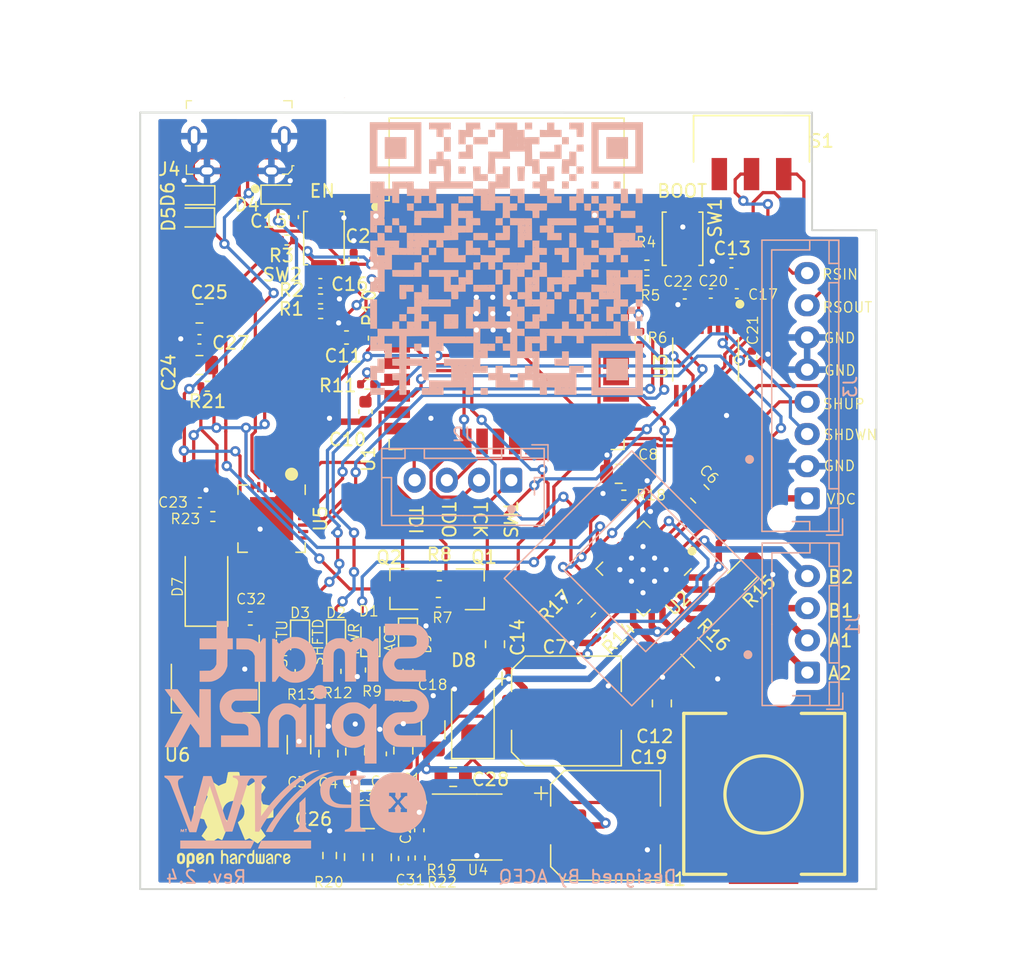
<source format=kicad_pcb>
(kicad_pcb (version 20211014) (generator pcbnew)
  (title_block (title "SmartSPin2k PCB") (date "2022-03-13") (rev "2.35") (company "GitHub") (comment 1 "Designer: Alex Quilty") (comment 2 "Owner: Anthony Doud"))
  (layers (0 "F.Cu" signal) (31 "B.Cu" signal) (34 "B.Paste" user) (35 "F.Paste" user) (36 "B.SilkS" user "B.Silkscreen") (37 "F.SilkS" user "F.Silkscreen") (38 "B.Mask" user) (39 "F.Mask" user) (44 "Edge.Cuts" user))
  (net 0 "")
  (net 1 "GND")
  (net 2 "/VDC")
  (net 3 "Net-(C10-Pad1)")
  (net 4 "/3V3")
  (net 5 "Net-(C14-Pad2)")
  (net 6 "Net-(D2-Pad2)")
  (net 7 "Net-(C17-Pad1)")
  (net 8 "Net-(C17-Pad2)")
  (net 9 "Net-(D3-Pad2)")
  (net 10 "Net-(C6-Pad2)")
  (net 11 "Net-(C6-Pad1)")
  (net 12 "/5V")
  (net 13 "/VBUS")
  (net 14 "/ShiftDown")
  (net 15 "/ShiftUp")
  (net 16 "/A1")
  (net 17 "/A2")
  (net 18 "/B1")
  (net 19 "/B2")
  (net 20 "/RS232OUT1")
  (net 21 "/RS232IN1")
  (net 22 "Net-(C11-Pad1)")
  (net 23 "/D+")
  (net 24 "/D-")
  (net 25 "/IO0_BOOT")
  (net 26 "/DTR")
  (net 27 "/EN")
  (net 28 "/RTS")
  (net 29 "/TMCUART2")
  (net 30 "/TMCUART1")
  (net 31 "/TXD0")
  (net 32 "/RXD0")
  (net 33 "Net-(C20-Pad2)")
  (net 34 "/DriverDIR")
  (net 35 "/DriverSTEP")
  (net 36 "Net-(C21-Pad1)")
  (net 37 "Net-(C26-Pad1)")
  (net 38 "Net-(C28-Pad2)")
  (net 39 "Net-(C28-Pad1)")
  (net 41 "/DriverEN")
  (net 42 "Net-(C29-Pad1)")
  (net 43 "Net-(D1-Pad2)")
  (net 44 "Net-(D1-Pad1)")
  (net 45 "Net-(D9-Pad2)")
  (net 46 "Net-(J2-Pad4)")
  (net 48 "Net-(J2-Pad3)")
  (net 49 "Net-(J2-Pad2)")
  (net 50 "Net-(J2-Pad1)")
  (net 52 "Net-(Q1-Pad1)")
  (net 53 "Net-(Q2-Pad1)")
  (net 54 "Net-(R1-Pad2)")
  (net 55 "Net-(R4-Pad1)")
  (net 56 "Net-(R5-Pad1)")
  (net 57 "Net-(R17-Pad1)")
  (net 58 "/T1IN")
  (net 59 "/R1OUT")
  (net 60 "Net-(R21-Pad2)")
  (net 61 "Net-(R23-Pad2)")
  (net 70 "/REG_5V")
  (net 71 "Net-(C22-Pad1)")
  (net 84 "Net-(C20-Pad1)")
  (net 101 "Net-(R14-Pad2)")
  (net 105 "/BRA")
  (net 106 "/BRB")
  (net 110 "Net-(U3-Pad14)")
  (footprint "Capacitor_SMD:C_0805_2012Metric" (layer "F.Cu") (at 164.7698 118.2624 -45)
    (fp_text reference "C6")
    (fp_text value "22nF(50V)")
  )
  (footprint "Resistor_SMD:R_0402_1005Metric" (layer "F.Cu") (at 160.14 106.15 90)
    (fp_text reference "R6")
    (fp_text value "1k")
  )
  (footprint "Capacitor_SMD:CP_Elec_8x10" (layer "F.Cu") (at 154.4125 135.13)
    (fp_text reference "C7")
    (fp_text value "100uF(50V)")
  )
  (footprint "LED_SMD:LED_0603_1608Metric" (layer "F.Cu") (at 133.731 129.5654 -90)
    (fp_text reference "D3")
    (fp_text value "LED_Small")
  )
  (footprint "Resistor_SMD:R_0402_1005Metric" (layer "F.Cu") (at 143.045 146.5487 90)
    (fp_text reference "R19")
    (fp_text value "549")
  )
  (footprint "Capacitor_SMD:C_0603_1608Metric" (layer "F.Cu") (at 129.87 127.95 180)
    (fp_text reference "C32")
    (fp_text value "10uF")
  )
  (footprint "Package_TO_SOT_SMD:SOT-223-3_TabPin2" (layer "F.Cu") (at 127.15 133.36 -90)
    (fp_text reference "U6")
    (fp_text value "LM1117-3.3")
  )
  (footprint "Capacitor_SMD:C_0805_2012Metric" (layer "F.Cu") (at 141.75 138.21 90)
    (fp_text reference "C1")
    (fp_text value "10uF(50V)")
  )
  (footprint "Package_SO:SOIC-8-1EP_3.9x4.9mm_P1.27mm_EP2.514x3.2mm" (layer "F.Cu") (at 147.457 144.1481)
    (fp_text reference "U4")
    (fp_text value "TPS5430DDA")
  )
  (footprint "Button_Switch_SMD:SW_Push_SPST_NO_Alps_SKRK" (layer "F.Cu") (at 135.586 98.4022 -90)
    (fp_text reference "SW2")
    (fp_text value "SW_Push")
  )
  (footprint "Diode_SMD:D_0603_1608Metric" (layer "F.Cu") (at 125.603 96.7994 180)
    (fp_text reference "D5")
    (fp_text value "D_TVS")
  )
  (footprint "Capacitor_SMD:C_0402_1005Metric" (layer "F.Cu") (at 137.8966 100.0252 90)
    (fp_text reference "C2")
    (fp_text value "0.1uF(10%)")
  )
  (footprint "Diode_SMD:D_0603_1608Metric" (layer "F.Cu") (at 132.1816 95.0214)
    (fp_text reference "D4")
    (fp_text value "D_TVS")
  )
  (footprint "Package_TO_SOT_SMD:SOT-23" (layer "F.Cu") (at 141.4692 125.6542 180)
    (fp_text reference "Q2")
    (fp_text value "S8050")
  )
  (footprint "Capacitor_SMD:C_1206_3216Metric" (layer "F.Cu") (at 144.07 136.61 90)
    (fp_text reference "C18")
    (fp_text value "4.7uF(50V)")
  )
  (footprint "Switch:SW_JS102011SAQN" (layer "F.Cu") (at 168.783 90.678 180)
    (fp_text reference "S1")
    (fp_text value "JS102011SAQN")
  )
  (footprint "Capacitor_SMD:C_1206_3216Metric" (layer "F.Cu") (at 133.65 137.75 90)
    (fp_text reference "C3")
    (fp_text value "10uF(50V)")
  )
  (footprint "Resistor_SMD:R_0402_1005Metric" (layer "F.Cu") (at 132.72 98.55)
    (fp_text reference "R3")
    (fp_text value "10k")
  )
  (footprint "Capacitor_SMD:C_0402_1005Metric" (layer "F.Cu") (at 165.62 102.7017)
    (fp_text reference "C20")
    (fp_text value "0.1uF")
  )
  (footprint "Resistor_SMD:R_0402_1005Metric" (layer "F.Cu") (at 160.66 100.5)
    (fp_text reference "R4")
    (fp_text value "0(5%)")
  )
  (footprint "Resistor_SMD:R_0805_2012Metric" (layer "F.Cu") (at 155.9814 127.1524 -135)
    (fp_text reference "R17")
    (fp_text value "20k")
  )
  (footprint "Package_DFN_QFN:QFN-28-1EP_5x5mm_P0.5mm_EP3.75x3.75mm" (layer "F.Cu") (at 160.401 124.079 -135)
    (fp_text reference "U2")
    (fp_text value "TMC2209-LA-T")
  )
  (footprint "Capacitor_SMD:C_0805_2012Metric" (layer "F.Cu") (at 145.62 140.26)
    (fp_text reference "C28")
    (fp_text value "0.01uF")
  )
  (footprint "Capacitor_SMD:CP_Elec_8x10" (layer "F.Cu") (at 157.4475 144.025)
    (fp_text reference "C19")
    (fp_text value "100uF(50V)")
  )
  (footprint "Diode_SMD:D_0603_1608Metric" (layer "F.Cu") (at 125.6284 95.0722 180)
    (fp_text reference "D6")
    (fp_text value "D_TVS")
  )
  (footprint "Capacitor_SMD:C_0805_2012Metric" (layer "F.Cu") (at 148.8694 129.9464 90)
    (fp_text reference "C14")
    (fp_text value "100nF(50V)")
  )
  (footprint "Capacitor_SMD:C_0402_1005Metric" (layer "F.Cu") (at 167.64 102.7017)
    (fp_text reference "C17")
    (fp_text value "0.1uF")
  )
  (footprint "Resistor_SMD:R_0402_1005Metric" (layer "F.Cu") (at 135.33 104.264)
    (fp_text reference "R1")
    (fp_text value "0(5%)")
  )
  (footprint "Capacitor_SMD:C_0805_2012Metric" (layer "F.Cu") (at 161.8234 134.5438 90)
    (fp_text reference "C12")
    (fp_text value "100nF(10V)")
  )
  (footprint "Capacitor_SMD:C_0402_1005Metric" (layer "F.Cu") (at 125.95 118.94)
    (fp_text reference "C23")
    (fp_text value "0.1uF")
  )
  (footprint "Capacitor_SMD:C_0402_1005Metric" (layer "F.Cu") (at 168.8275 107.6557 -90)
    (fp_text reference "C21")
    (fp_text value "0.1uF")
  )
  (footprint "LED_SMD:LED_0603_1608Metric" (layer "F.Cu") (at 139.192 129.413 90)
    (fp_text reference "D1")
    (fp_text value "LED_Small")
  )
  (footprint "Resistor_SMD:R_0402_1005Metric" (layer "F.Cu") (at 157.1244 129.0828 45)
    (fp_text reference "R14")
    (fp_text value "100k")
  )
  (footprint "digikey-footprints:USB_Micro_B_Female_10118194-0001LF" (layer "F.Cu") (at 129.0066 93.18 180)
    (fp_text reference "J4")
    (fp_text value "10118194-0001LF")
  )
  (footprint "Resistor_SMD:R_0402_1005Metric" (layer "F.Cu") (at 139.192 131.953 90)
    (fp_text reference "R9")
    (fp_text value "330")
  )
  (footprint "Resistor_SMD:R_0402_1005Metric" (layer "F.Cu") (at 126.96 120.03)
    (fp_text reference "R23")
    (fp_text value "10k")
  )
  (footprint "Resistor_SMD:R_0603_1608Metric" (layer "F.Cu") (at 136.03 146.36 90)
    (fp_text reference "R20")
    (fp_text value "5.9k")
  )
  (footprint "Capacitor_SMD:C_0805_2012Metric" (layer "F.Cu") (at 158.4706 116.713 180)
    (fp_text reference "C8")
    (fp_text value "4.7uF(6V3)")
  )
  (footprint "Capacitor_SMD:C_0805_2012Metric" (layer "F.Cu") (at 138.0162 138.2862 90)
    (fp_text reference "C5")
    (fp_text value "100nF(50V)")
  )
  (footprint "Resistor_SMD:R_0402_1005Metric" (layer "F.Cu") (at 141.76 146.59 90)
    (fp_text reference "R22")
    (fp_text value "10k")
  )
  (footprint "Resistor_SMD:R_0402_1005Metric" (layer "F.Cu") (at 126.54 109.91 180)
    (fp_text reference "R21")
    (fp_text value "4.7k")
  )
  (footprint "Resistor_SMD:R_0402_1005Metric" (layer "F.Cu") (at 136.525 132.0546 -90)
    (fp_text reference "R12")
    (fp_text value "330")
  )
  (footprint "Capacitor_SMD:C_0402_1005Metric" (layer "F.Cu") (at 133.2387 96.7696 90)
    (fp_text reference "C15")
    (fp_text value "0.1uF(10%)")
  )
  (footprint "Capacitor_SMD:C_0402_1005Metric" (layer "F.Cu") (at 142.99 144.4 90)
    (fp_text reference "C29")
    (fp_text value "0.1uF")
  )
  (footprint "RF_Module:ESP32-WROOM-32" (layer "F.Cu") (at 149.768 104.941)
    (fp_text reference "U1")
    (fp_text value "ESP32-WROOM-32D")
  )
  (footprint "Resistor_SMD:R_0402_1005Metric" (layer "F.Cu") (at 133.731 132.08 90)
    (fp_text reference "R13")
    (fp_text value "330")
  )
  (footprint "Capacitor_SMD:C_0402_1005Metric" (layer "F.Cu") (at 125.92 106.26 180)
    (fp_text reference "C27")
    (fp_text value "0.1uF")
  )
  (footprint "Diode_SMD:D_SMA" (layer "F.Cu") (at 126.4666 125.1458 90)
    (fp_text reference "D7")
    (fp_text value "D_Schottky")
  )
  (footprint "LED_SMD:LED_0603_1608Metric" (layer "F.Cu") (at 136.525 129.54 -90)
    (fp_text reference "D2")
    (fp_text value "LED_Small")
  )
  (footprint "Diode_SMD:D_SMA" (layer "F.Cu") (at 147.15 135.43 90)
    (fp_text reference "D8")
    (fp_text value "D_Schottky")
  )
  (footprint "Symbol:OSHW-Logo2_9.8x8mm_SilkScreen" (layer "F.Cu") (at 128.5748 143.5862)
    (fp_text reference "REF**" hide)
    (fp_text value "OSHW-Logo2_9.8x8mm_SilkScreen" hide)
  )
  (footprint "Capacitor_SMD:C_0402_1005Metric" (layer "F.Cu") (at 163.601 102.7657 180)
    (fp_text reference "C22")
    (fp_text value "0.1uF")
  )
  (footprint "Resistor_SMD:R_0402_1005Metric" (layer "F.Cu") (at 160.66 101.7)
    (fp_text reference "R5")
    (fp_text value "0(5%)")
  )
  (footprint "Package_TO_SOT_SMD:SOT-23" (layer "F.Cu") (at 147.2692 125.6792)
    (fp_text reference "Q1")
    (fp_text value "S8050")
  )
  (footprint "Capacitor_SMD:C_0603_1608Metric" (layer "F.Cu") (at 139.9212 138.464 90)
    (fp_text reference "C9")
    (fp_text value "1uF(50V)")
  )
  (footprint "LED_SMD:LED_0603_1608Metric" (layer "F.Cu") (at 142.113 129.413 -90)
    (fp_text reference "D9")
    (fp_text value "LED_Small")
  )
  (footprint "Capacitor_SMD:C_0603_1608Metric" (layer "F.Cu") (at 137.3378 106.1212 180)
    (fp_text reference "C11")
    (fp_text value "1uF")
  )
  (footprint "Capacitor_SMD:C_0805_2012Metric" (layer "F.Cu") (at 135.9334 138.4386 90)
    (fp_text reference "C4")
    (fp_text value "100nF(50V)")
  )
  (footprint "Resistor_SMD:R_0402_1005Metric" (layer "F.Cu") (at 158.8704 118.37 180)
    (fp_text reference "R18")
    (fp_text value "22k")
  )
  (footprint "Capacitor_SMD:C_0402_1005Metric" (layer "F.Cu") (at 135.3058 101.9048)
    (fp_text reference "C16")
    (fp_text value "2.2uF")
  )
  (footprint "MAX3232:MAX3232IPWR" (layer "F.Cu") (at 165.2175 107.8257 -90)
    (fp_text reference "U3")
    (fp_text value "MAX3232")
  )
  (footprint "Resistor_SMD:R_0402_1005Metric" (layer "F.Cu") (at 138.938 109.7534 180)
    (fp_text reference "R11")
    (fp_text value "200")
  )
  (footprint "Capacitor_SMD:C_1206_3216Metric" (layer "F.Cu") (at 138.78 143.36 180)
    (fp_text reference "C30")
    (fp_text value "100uF")
  )
  (footprint "Capacitor_SMD:C_0805_2012Metric" (layer "F.Cu") (at 140.08 146.5 90)
    (fp_text reference "C31")
    (fp_text value "1.5nF")
  )
  (footprint "Resistor_SMD:R_1206_3216Metric" (layer "F.Cu") (at 164.465 130.6068 135)
    (fp_text reference "R16")
    (fp_text value "80m")
  )
  (footprint "Capacitor_SMD:C_0805_2012Metric" (layer "F.Cu") (at 125.92 104.26 180)
    (fp_text reference "C25")
    (fp_text value "1.0uF")
  )
  (footprint "Capacitor_SMD:C_0603_1608Metric" (layer "F.Cu") (at 138.811 111.887 -90)
    (fp_text reference "C10")
    (fp_text value "1uF")
  )
  (footprint "Package_DFN_QFN:QFN-28-1EP_5x5mm_P0.5mm_EP3.35x3.35mm" (layer "F.Cu") (at 131.5212 120.1928 -90)
    (fp_text reference "U5")
    (fp_text value "INTERFACE-CP2102-GMR(QFN28)")
  )
  (footprint "Resistor_SMD:R_0402_1005Metric" (layer "F.Cu") (at 139.4206 106.172 -90)
    (fp_text reference "R10")
    (fp_text value "200")
  )
  (footprint "Capacitor_SMD:C_0805_2012Metric" (layer "F.Cu") (at 137.92 146.48 90)
    (fp_text reference "C26")
    (fp_text value "150pF")
  )
  (footprint "Resistor_SMD:R_0402_1005Metric" (layer "F.Cu") (at 135.3196 103.1228 180)
    (fp_text reference "R2")
    (fp_text value "1M")
  )
  (footprint "Resistor_SMD:R_0402_1005Metric" (layer "F.Cu") (at 144.5492 124.6292 180)
    (fp_text reference "R8")
    (fp_text value "10k")
  )
  (footprint "Resistor_SMD:R_0402_1005Metric" (layer "F.Cu") (at 144.4692 126.6942 180)
    (fp_text reference "R7")
    (fp_text value "10k")
  )
  (footprint "Resistor_SMD:R_0402_1005Metric" (layer "F.Cu") (at 142.113 132.063 -90)
    (fp_text reference "R24")
    (fp_text value "330")
  )
  (footprint "Button_Switch_SMD:SW_Push_SPST_NO_Alps_SKRK" (layer "F.Cu") (at 163.43 98.45 90)
    (fp_text reference "SW1")
    (fp_text value "SW_Push")
  )
  (footprint "Inductor_SMD_Extra:L_SXN_SMDRI127_150MT" (layer "F.Cu") (at 162.0995 141.62 90)
    (fp_text reference "L1")
    (fp_text value "15uH(Iron_Core)")
  )
  (footprint "Capacitor_SMD:C_0805_2012Metric" (layer "F.Cu") (at 125.92 108.26)
    (fp_text reference "C24")
    (fp_text value "4.7uF")
  )
  (footprint "Resistor_SMD:R_1206_3216Metric" (layer "F.Cu") (at 168.0972 124.5616 -135)
    (fp_text reference "R15")
    (fp_text value "80m")
  )
  (footprint "Capacitor_SMD:C_0402_1005Metric" (layer "F.Cu") (at 167.22 100.34 180)
    (fp_text reference "C13")
    (fp_text value "0.1uF(10%)")
  )
  (footprint "IEEE_Logo:SS2K_QR_Code_25x25mm" (layer "B.Cu") (at 149.6568 99.9998 180)
    (fp_text reference "G***")
    (fp_text value "LOGO" hide)
  )
  (footprint "Connector_JST:JST_XH_B4B-XH-AM_1x04_P2.50mm_Vertical" (layer "B.Cu") (at 173.118 132.147 90)
    (fp_text reference "J1")
    (fp_text value "B4B-XH-AMLFSN")
  )
  (footprint "Connector_JST:JST_XH_B8B-XH-AM_1x08_P2.50mm_Vertical" (layer "B.Cu") (at 173.101 118.618 90)
    (fp_text reference "J3")
    (fp_text value "B8B-XH-A_LFSN")
  )
  (footprint "Connector_JST:JST_XH_B4B-XH-AM_1x04_P2.50mm_Vertical" (layer "B.Cu") (at 150.13 117.205 180)
    (fp_text reference "J2")
    (fp_text value "B4B-XH-AMLFSN")
  )
  (footprint "IEEE_Logo:SmartSpin_ScreenPrint_One_25x25mm" (layer "B.Cu") (at 133.5532 136.6774 180)
    (fp_text reference "G***")
    (fp_text value "LOGO" hide)
  )
  (gr_circle (center 168.5036 130.7592) (end 168.789607 130.7592) (layer "B.SilkS") (width 0.12) (fill solid))
  (gr_circle (center 150.1394 119.4562) (end 150.425407 119.4562) (layer "B.SilkS") (width 0.12) (fill solid))
  (gr_poly (pts (xy 154.201919 124.156241) (xy 160.56588 117.79228) (xy 166.929841 124.156241) (xy 160.56588 130.520202)) (layer "B.SilkS") (width 0.12) (fill none))
  (gr_circle (center 168.63 115.59) (end 168.916007 115.59) (layer "B.SilkS") (width 0.12) (fill solid))
  (gr_poly (pts (xy 149.584205 124.831595) (xy 159.4837 114.9321) (xy 169.383195 124.831595) (xy 159.4837 134.73109)) (layer "B.SilkS") (width 0.12) (fill none))
  (gr_circle (center 130.2512 94.5642) (end 130.537207 94.5642) (layer "F.SilkS") (width 0.12) (fill solid))
  (gr_circle (center 164.1602 122.7074) (end 164.446207 122.7074) (layer "F.SilkS") (width 0.12) (fill solid))
  (gr_circle (center 133.0706 116.7384) (end 133.070601 116.7384) (layer "F.SilkS") (width 0.508) (fill none))
  (gr_circle (center 139.646 96.305) (end 139.646 96.305) (layer "F.SilkS") (width 0.12) (fill none))
  (gr_circle (center 143.25 142.24) (end 143.536007 142.24) (layer "F.SilkS") (width 0.12) (fill solid))
  (gr_circle (center 139.5984 95.9612) (end 139.884407 95.9612) (layer "F.SilkS") (width 0.12) (fill solid))
  (gr_circle (center 167.88 103.53) (end 168.166007 103.53) (layer "F.SilkS") (width 0.12) (fill solid))
  (gr_line (start 121.32 148.97) (end 178.47 148.97) (layer "Edge.Cuts") (width 0.15))
  (gr_line (start 173.484 97.783113) (end 173.48 88.652888) (layer "Edge.Cuts") (width 0.15))
  (gr_line (start 173.48 88.652888) (end 121.32 88.645) (layer "Edge.Cuts") (width 0.15))
  (gr_line (start 121.32 88.645) (end 121.32 148.97) (layer "Edge.Cuts") (width 0.15))
  (gr_line (start 173.484 97.783113) (end 178.4826 97.790175) (layer "Edge.Cuts") (width 0.15))
  (gr_line (start 178.4826 97.79) (end 178.47 148.97) (layer "Edge.Cuts") (width 0.15))
  (gr_text "Designed By ACEQ" (at 156.06 148.01) (layer "B.SilkS") (effects (font (size 1 1)) (justify mirror)))
  (gr_text "Rev. 2.4" (at 126.4412 148.0312) (layer "B.SilkS") (effects (font (size 1 1)) (justify mirror)))
  (gr_text "TDO" (at 145.26 120.29 270) (layer "F.SilkS") (effects (font (size 1 1))))
  (gr_text "BOOT" (at 163.3982 94.742) (layer "F.SilkS") (effects (font (size 1 1))))
  (gr_text "RSIN" (at 175.656 101.218) (layer "F.SilkS") (effects (font (size 0.8 0.8) (thickness 0.1))))
  (gr_text "A1" (at 175.7172 129.667) (layer "F.SilkS") (effects (font (size 1 1))))
  (gr_text "GND" (at 175.606 116.088) (layer "F.SilkS") (effects (font (size 0.8 0.8) (thickness 0.1))))
  (gr_text "SHUP" (at 175.946 111.288) (layer "F.SilkS") (effects (font (size 0.8 0.8) (thickness 0.1))))
  (gr_text "EN" (at 135.4582 94.742) (layer "F.SilkS") (effects (font (size 1 1))))
  (gr_text "TMS" (at 150.05 120.29 270) (layer "F.SilkS") (effects (font (size 1 1))))
  (gr_text "VDC" (at 175.756 118.678) (layer "F.SilkS") (effects (font (size 0.8 0.8) (thickness 0.1))))
  (gr_text "ACT" (at 140.716 129.54 90) (layer "F.SilkS") (effects (font (size 0.8 0.8) (thickness 0.1))))
  (gr_text "B2" (at 175.7172 124.7224) (layer "F.SilkS") (effects (font (size 1 1))))
  (gr_text "TCK" (at 147.71 120.29 270) (layer "F.SilkS") (effects (font (size 1 1))))
  (gr_text "SHFTD" (at 135.128 129.794 90) (layer "F.SilkS") (effects (font (size 0.8 0.8) (thickness 0.1))))
  (gr_text "RSOUT" (at 176.2304 103.778) (layer "F.SilkS") (effects (font (size 0.8 0.8) (thickness 0.1))))
  (gr_text "SHFTU" (at 132.334 129.921 90) (layer "F.SilkS") (effects (font (size 0.8 0.8) (thickness 0.1))))
  (gr_text "PWR" (at 137.922 129.54 90) (layer "F.SilkS") (effects (font (size 0.8 0.8) (thickness 0.1))))
  (gr_text "SHDWN" (at 176.466 113.678) (layer "F.SilkS") (effects (font (size 0.8 0.8) (thickness 0.1))))
  (gr_text "A2" (at 175.641 132.207) (layer "F.SilkS") (effects (font (size 1 1))))
  (gr_text "GND" (at 175.656 108.678) (layer "F.SilkS") (effects (font (size 0.8 0.8) (thickness 0.1))))
  (gr_text "B1" (at 175.7172 127.3524) (layer "F.SilkS") (effects (font (size 1 1))))
  (gr_text "GND" (at 175.626 106.158) (layer "F.SilkS") (effects (font (size 0.8 0.8) (thickness 0.1))))
  (gr_text "TDI" (at 142.71 120.29 270) (layer "F.SilkS") (effects (font (size 1 1))))
  (segment (start 158.561 123.5852) (end 158.020656 123.044856) (width 0.25) (layer "F.Cu") (net 1))
  (segment (start 129.45 130.138) (end 130.645 128.943) (width 0.5) (layer "F.Cu") (net 1))
  (segment (start 166.74 100.34) (end 165.872 100.34) (width 0.5) (layer "F.Cu") (net 1))
  (segment (start 141.75 136.1188) (end 141.75 137.26) (width 0.5) (layer "F.Cu") (net 1))
  (segment (start 157.6625 133.1819) (end 157.6625 135.13) (width 0.5) (layer "F.Cu") (net 1))
  (segment (start 163.43 96.35) (end 163.43 97.517) (width 0.5) (layer "F.Cu") (net 1))
  (segment (start 132.0212 118.5933) (end 132.0212 117.7428) (width 0.2502) (layer "F.Cu") (net 1))
  (segment (start 169.425256 123.527456) (end 170.434 124.5362) (width 0.5) (layer "F.Cu") (net 1))
  (segment (start 143.4085 128.6255) (end 143.51 128.524) (width 0.5) (layer "F.Cu") (net 1))
  (segment (start 156.6038 96.6227) (end 156.7546 96.6227) (width 0.5) (layer "F.Cu") (net 1))
  (segment (start 157.5632 116.6704) (end 157.5206 116.713) (width 0.5) (layer "F.Cu") (net 1))
  (segment (start 130.6322 121.0056) (end 132.0212 119.6166) (width 0.5) (layer "F.Cu") (net 1))
  (segment (start 165.4991 131.984) (end 165.4991 131.6409) (width 0.5) (layer "F.Cu") (net 1))
  (segment (start 129.4384 131.8768) (end 129.45 131.8652) (width 0.5) (layer "F.Cu") (net 1))
  (segment (start 132.0212 119.6166) (end 132.0212 118.5933) (width 0.5) (layer "F.Cu") (net 1))
  (segment (start 169.3339 108.1357) (end 170.053 107.4166) (width 0.5) (layer "F.Cu") (net 1))
  (segment (start 161.8742 132.5118) (end 161.8234 132.5626) (width 0.5) (layer "F.Cu") (net 1))
  (segment (start 130.645 128.943) (end 130.645 127.95) (width 0.5) (layer "F.Cu") (net 1))
  (segment (start 168.8275 108.1357) (end 169.3339 108.1357) (width 0.5) (layer "F.Cu") (net 1))
  (segment (start 124.7234 94.9547) (end 124.8409 95.0722) (width 0.5) (layer "F.Cu") (net 1))
  (segment (start 136.1086 96.8248) (end 135.586 96.3022) (width 0.5) (layer "F.Cu") (net 1))
  (segment (start 129.45 130.21) (end 129.45 130.138) (width 0.5) (layer "F.Cu") (net 1))
  (segment (start 138.811 112.662) (end 136.284 112.662) (width 0.5) (layer "F.Cu") (net 1))
  (segment (start 136.5628 106.1212) (end 136.5628 105.1539) (width 0.5) (layer "F.Cu") (net 1))
  (segment (start 126.5066 93.18) (end 127.7063 93.18) (width 0.5) (layer "F.Cu") (net 1))
  (segment (start 126.45 118.96) (end 126.45 120.03) (width 0.5) (layer "F.Cu") (net 1))
  (segment (start 133.65 137.4854) (end 133.65 136.275) (width 0.5) (layer "F.Cu") (net 1))
  (segment (start 155.336165 127.797635) (end 155.336165 127.523165) (width 0.5) (layer "F.Cu") (net 1))
  (segment (start 157.5632 115.249) (end 157.5632 116.6704) (width 0.5) (layer "F.Cu") (net 1))
  (segment (start 124.97 106.26) (end 124.97 106.222) (width 0.5) (layer "F.Cu") (net 1))
  (segment (start 157.5206 116.713) (end 157.5206 117.9678) (width 0.5) (layer "F.Cu") (net 1))
  (segment (start 147.457 144.1481) (end 147.457 144.7831) (width 0.5) (layer "F.Cu") (net 1))
  (segment (start 124.97 106.222) (end 124.97 104.26) (width 0.5) (layer "F.Cu") (net 1))
  (segment (start 139.9212 136.5564) (end 139.9212 137.689) (width 0.5) (layer "F.Cu") (net 1))
  (segment (start 124.97 108.26) (end 124.97 106.26) (width 0.5) (layer "F.Cu") (net 1))
  (segment (start 135.9334 136.3219) (end 135.9334 137.4886) (width 0.5) (layer "F.Cu") (net 1))
  (segment (start 145.7236 133.43) (end 147.15 133.43) (width 0.5) (layer "F.Cu") (net 1))
  (segment (start 126.43 118.94) (end 126.45 118.96) (width 0.5) (layer "F.Cu") (net 1))
  (segment (start 135.8296 103.1228) (end 135.8296 101.9486) (width 0.5) (layer "F.Cu") (net 1))
  (segment (start 136.03 144.4402) (end 136.03 145.535) (width 0.5) (layer "F.Cu") (net 1))
  (segment (start 136.5628 105.1539) (end 136.7282 104.9885) (width 0.5) (layer "F.Cu") (net 1))
  (segment (start 137.305 143.7968) (end 137.305 143.36) (width 0.5) (layer "F.Cu") (net 1))
  (segment (start 142.113 128.6255) (end 143.4085 128.6255) (width 0.5) (layer "F.Cu") (net 1))
  (segment (start 161.2829 123.2839) (end 161.9032 123.2839) (width 0.5) (layer "F.Cu") (net 1))
  (segment (start 124.7234 93.9281) (end 124.7234 94.9547) (width 0.5) (layer "F.Cu") (net 1))
  (segment (start 136.7889 103.1228) (end 135.8296 103.1228) (width 0.5) (layer "F.Cu") (net 1))
  (segment (start 139.6213 96.686) (end 141.268 96.686) (width 0.5) (layer "F.Cu") (net 1))
  (segment (start 126.43 117.9655) (end 126.43 118.94) (width 0.5) (layer "F.Cu") (net 1))
  (segment (start 130.7084 121.0056) (end 130.6322 121.0056) (width 0.5) (layer "F.Cu") (net 1))
  (segment (start 166.8425 112.1785) (end 166.8425 110.6451) (width 0.5) (layer "F.Cu") (net 1))
  (segment (start 147.457 144.7831) (end 147.457 146.3633) (width 0.5) (layer "F.Cu") (net 1))
  (segment (start 144.07 135.135) (end 144.07 133.9451) (width 0.5) (layer "F.Cu") (net 1))
  (segment (start 136.6616 144.4402) (end 137.305 143.7968) (width 0.5) (layer "F.Cu") (net 1))
  (segment (start 139.192 132.463) (end 138.178 132.463) (width 0.5) (layer "F.Cu") (net 1))
  (segment (start 161.256 123.257) (end 161.2829 123.2839) (width 0.5) (layer "F.Cu") (net 1))
  (segment (start 157.5206 117.9678) (end 157.2514 118.237) (width 0.5) (layer "F.Cu") (net 1))
  (segment (start 155.336165 127.523165) (end 154.1272 126.3142) (width 0.5) (layer "F.Cu") (net 1))
  (segment (start 124.4686 106.222) (end 124.97 106.222) (width 0.5) (layer "F.Cu") (net 1))
  (segment (start 131.5212 120.1928) (end 130.7084 121.0056) (width 0.5) (layer "F.Cu") (net 1))
  (segment (start 137.92 143.975) (end 137.92 145.53) (width 0.5) (layer "F.Cu") (net 1))
  (segment (start 160.6975 145.9171) (end 160.6975 144.025) (width 0.5) (layer "F.Cu") (net 1))
  (segment (start 163.121 102.7657) (end 163.121 103.515598) (width 0.5) (layer "F.Cu") (net 1))
  (segment (start 158.268 96.686) (end 156.8179 96.686) (width 0.5) (layer "F.Cu") (net 1))
  (segment (start 158.561 124.155) (end 158.561 123.5852) (width 0.5) (layer "F.Cu") (net 1))
  (segment (start 160.358 124.155) (end 160.401 124.112) (width 0.5) (layer "F.Cu") (net 1))
  (segment (start 135.8296 101.9486) (end 135.7858 101.9048) (width 0.5) (layer "F.Cu") (net 1))
  (segment (start 136.03 144.4402) (end 136.6616 144.4402) (width 0.5) (layer "F.Cu") (net 1))
  (segment (start 154.8384 129.8448) (end 156.3624 129.8448) (width 0.5) (layer "F.Cu") (net 1))
  (segment (start 163.43 97.517) (end 163.449 97.536) (width 0.5) (layer "F.Cu") (net 1))
  (segment (start 127.7063 93.18) (end 127.7066 93.18) (width 0.3998) (layer "F.Cu") (net 1))
  (segment (start 133.2387 96.2896) (end 132.9691 96.02) (width 0.5) (layer "F.Cu") (net 1))
  (segment (start 138.178 132.463) (end 138.176 132.461) (width 0.5) (layer "F.Cu") (net 1))
  (segment (start 132.9691 95.0214) (end 132.9691 93.9371) (width 0.5) (layer "F.Cu") (net 1))
  (segment (start 137.305 143.36) (end 137.92 143.975) (width 0.5) (layer "F.Cu") (net 1))
  (segment (start 161.8234 132.5626) (end 161.8234 133.5938) (width 0.5) (layer "F.Cu") (net 1))
  (segment (start 159.2523 125.2277) (end 158.6597 125.8203) (width 0.2502) (layer "F.Cu") (net 1))
  (segment (start 142.99 143.92) (end 142.99 143.0003) (width 0.5) (layer "F.Cu") (net 1))
  (segment (start 145.7198 133.4262) (end 145.7236 133.43) (width 0.5) (layer "F.Cu") (net 1))
  (segment (start 144.053 112.557) (end 144.053 114.196) (width 0.5) (layer "F.Cu") (net 1))
  (segment (start 129.45 131.8652) (end 129.45 130.21) (width 0.5) (layer "F.Cu") (net 1))
  (segment (start 148.692 104.267) (end 148.768 104.191) (width 0.5) (layer "F.Cu") (net 1))
  (segment (start 132.9691 96.02) (end 132.9691 95.0214) (width 0.5) (layer "F.Cu") (net 1))
  (segment (start 166.1562 132.6411) (end 165.4991 131.984) (width 0.5) (layer "F.Cu") (net 1))
  (segment (start 160.9344 119.634) (end 160.6804 119.38) (width 0.5) (layer "F.Cu") (net 1))
  (segment (start 161.9032 123.2839) (end 162.4958 122.6913) (width 0.2502) (layer "F.Cu") (net 1))
  (segment (start 138.0162 136.1464) (end 138.0162 137.3362) (width 0.5) (layer "F.Cu") (net 1))
  (segment (start 136.284 112.662) (end 136.017 112.395) (width 0.5) (layer "F.Cu") (net 1))
  (segment (start 163.121 103.515598) (end 163.068 103.568598) (width 0.5) (layer "F.Cu") (net 1))
  (segment (start 156.7546 96.6227) (end 156.8179 96.686) (width 0.5) (layer "F.Cu") (net 1))
  (segment (start 159.427 125.053) (end 159.2523 125.2277) (width 0.5) (layer "F.Cu") (net 1))
  (segment (start 169.131344 123.527456) (end 169.425256 123.527456) (width 0.5) (layer "F.Cu") (net 1))
  (segment (start 133.6548 137.4902) (end 133.65 137.4854) (width 0.5) (layer "F.Cu") (net 1))
  (segment (start 147.457 144.7831) (end 150.0945 144.7831) (width 0.5) (layer "F.Cu") (net 1))
  (segment (start 165.872 100.34) (end 165.735 100.203) (width 0.5) (layer "F.Cu") (net 1))
  (segment (start 160.401 124.112) (end 160.401 124.079) (width 0.5) (layer "F.Cu") (net 1))
  (segment (start 124.8409 96.774) (end 124.8409 95.0722) (width 0.5) (layer "F.Cu") (net 1))
  (segment (start 143.891 112.395) (end 144.053 112.557) (width 0.5) (layer "F.Cu") (net 1))
  (segment (start 159.46 125.053) (end 159.427 125.053) (width 0.5) (layer "F.Cu") (net 1))
  (segment (start 137.1346 96.8248) (end 136.1086 96.8248) (width 0.5) (layer "F.Cu") (net 1))
  (segment (start 124.8155 96.7994) (end 124.8409 96.774) (width 0.5) (layer "F.Cu") (net 1))
  (segment (start 158.020656 123.044856) (end 157.952643 123.044856) (width 0.25) (layer "F.Cu") (net 1))
  (segment (start 160.6804 119.38) (end 160.6804 117.2464) (width 0.5) (layer "F.Cu") (net 1))
  (segment (start 125.44 106.26) (end 124.97 106.26) (width 0.5) (layer "F.Cu") (net 1))
  (segment (start 137.8966 98.6028) (end 137.8966 99.5452) (width 0.5) (layer "F.Cu") (net 1))
  (segment (start 148.768 104.191) (end 148.768 104.186) (width 0.5) (layer "F.Cu") (net 1))
  (segment (start 156.3624 129.8448) (end 156.7638 129.4434) (width 0.5) (layer "F.Cu") (net 1))
  (via (at 149.962 104.267) (size 0.8) (drill 0.4) (layers "F.Cu" "B.Cu") (net 1))
  (via (at 126.43 117.9655) (size 0.8) (drill 0.4) (layers "F.Cu" "B.Cu") (net 1))
  (via (at 165.735 100.203) (size 0.8) (drill 0.4) (layers "F.Cu" "B.Cu") (net 1))
  (via (at 147.422 105.537) (size 0.8) (drill 0.4) (layers "F.Cu" "B.Cu") (net 1))
  (via (at 160.358 122.359) (size 0.8) (drill 0.4) (layers "F.Cu" "B.Cu") (net 1))
  (via (at 157.5632 115.249) (size 0.8) (drill 0.4) (layers "F.Cu" "B.Cu") (net 1))
  (via (at 148.717 105.537) (size 0.8) (drill 0.4) (layers "F.Cu" "B.Cu") (net 1))
  (via (at 137.8966 98.6028) (size 0.8) (drill 0.4) (layers "F.Cu" "B.Cu") (net 1))
  (via (at 157.6625 133.1819) (size 0.8) (drill 0.4) (layers "F.Cu" "B.Cu") (net 1))
  (via (at 161.8742 132.5118) (size 0.8) (drill 0.4) (layers "F.Cu" "B.Cu") (net 1))
  (via (at 160.9344 119.634) (size 0.8) (drill 0.4) (layers "F.Cu" "B.Cu") (net 1))
  (via (at 147.422 102.997) (size 0.8) (drill 0.4) (layers "F.Cu" "B.Cu") (net 1))
  (via (at 160.358 124.155) (size 0.8) (drill 0.4) (layers "F.Cu" "B.Cu") (net 1))
  (via (at 170.434 124.5362) (size 0.8) (drill 0.4) (layers "F.Cu" "B.Cu") (net 1))
  (via (at 160.358 125.951) (size 0.8) (drill 0.4) (layers "F.Cu" "B.Cu") (net 1))
  (via (at 143.891 112.395) (size 0.8) (drill 0.4) (layers "F.Cu" "B.Cu") (net 1))
  (via (at 148.692 102.997) (size 0.8) (drill 0.4) (layers "F.Cu" "B.Cu") (net 1))
  (via (at 139.6213 96.686) (size 0.8) (drill 0.4) (layers "F.Cu" "B.Cu") (net 1))
  (via (at 135.9334 136.3219) (size 0.8) (drill 0.4) (layers "F.Cu" "B.Cu") (net 1))
  (via (at 124.7234 93.9281) (size 0.8) (drill 0.4) (layers "F.Cu" "B.Cu") (net 1))
  (via (at 159.46 123.257) (size 0.8) (drill 0.4) (layers "F.Cu" "B.Cu") (net 1))
  (via (at 132.9691 93.9371) (size 0.8) (drill 0.4) (layers "F.Cu" "B.Cu") (net 1))
  (via (at 161.256 123.257) (size 0.8) (drill 0.4) (layers "F.Cu" "B.Cu") (net 1))
  (via (at 158.561 124.155) (size 0.8) (drill 0.4) (layers "F.Cu" "B.Cu") (net 1))
  (via (at 162.154 124.155) (size 0.8) (drill 0.4) (layers "F.Cu" "B.Cu") (net 1))
  (via (at 159.46 125.053) (size 0.8) (drill 0.4) (layers "F.Cu" "B.Cu") (net 1))
  (via (at 166.8425 112.1785) (size 0.8) (drill 0.4) (layers "F.Cu" "B.Cu") (net 1))
  (via (at 144.07 133.9451) (size 0.8) (drill 0.4) (layers "F.Cu" "B.Cu") (net 1))
  (via (at 157.2514 118.237) (size 0.8) (drill 0.4) (layers "F.Cu" "B.Cu") (net 1))
  (via (at 129.4384 131.8768) (size 0.8) (drill 0.4) (layers "F.Cu" "B.Cu") (net 1))
  (via (at 163.068 103.568598) (size 0.8) (drill 0.4) (layers "F.Cu" "B.Cu") (net 1))
  (via (at 124.4686 106.222) (size 0.8) (drill 0.4) (layers "F.Cu" "B.Cu") (net 1))
  (via (at 163.449 97.536) (size 0.8) (drill 0.4) (layers "F.Cu" "B.Cu") (net 1))
  (via (at 143.51 128.524) (size 0.8) (drill 0.4) (layers "F.Cu" "B.Cu") (net 1))
  (via (at 149.962 102.997) (size 0.8) (drill 0.4) (layers "F.Cu" "B.Cu") (net 1))
  (via (at 138.176 132.461) (size 0.8) (drill 0.4) (layers "F.Cu" "B.Cu") (net 1))
  (via (at 138.0162 136.1464) (size 0.8) (drill 0.4) (layers "F.Cu" "B.Cu") (net 1))
  (via (at 156.6038 96.6227) (size 0.8) (drill 0.4) (layers "F.Cu" "B.Cu") (net 1))
  (via (at 136.017 112.395) (size 0.8) (drill 0.4) (layers "F.Cu" "B.Cu") (net 1))
  (via (at 160.6804 117.2464) (size 0.8) (drill 0.4) (layers "F.Cu" "B.Cu") (net 1))
  (via (at 139.9212 136.5564) (size 0.8) (drill 0.4) (layers "F.Cu" "B.Cu") (net 1))
  (via (at 166.1562 132.6411) (size 0.8) (drill 0.4) (layers "F.Cu" "B.Cu") (net 1))
  (via (at 148.692 104.267) (size 0.8) (drill 0.4) (layers "F.Cu" "B.Cu") (net 1))
  (via (at 161.256 125.053) (size 0.8) (drill 0.4) (layers "F.Cu" "B.Cu") (net 1))
  (via (at 149.962 105.537) (size 0.8) (drill 0.4) (layers "F.Cu" "B.Cu") (net 1))
  (via (at 147.422 104.267) (size 0.8) (drill 0.4) (layers "F.Cu" "B.Cu") (net 1))
  (via (at 154.1272 126.3142) (size 0.8) (drill 0.4) (layers "F.Cu" "B.Cu") (net 1))
  (via (at 136.03 144.4402) (size 0.8) (drill 0.4) (layers "F.Cu" "B.Cu") (net 1))
  (via (at 130.6322 121.0056) (size 0.8) (drill 0.4) (layers "F.Cu" "B.Cu") (net 1))
  (via (at 141.75 136.1188) (size 0.8) (drill 0.4) (layers "F.Cu" "B.Cu") (net 1))
  (via (at 142.99 143.0003) (size 0.8) (drill 0.4) (layers "F.Cu" "B.Cu") (net 1))
  (via (at 154.8384 129.8448) (size 0.8) (drill 0.4) (layers "F.Cu" "B.Cu") (net 1))
  (via (at 160.6975 145.9171) (size 0.8) (drill 0.4) (layers "F.Cu" "B.Cu") (net 1))
  (via (at 136.7889 103.1228) (size 0.8) (drill 0.4) (layers "F.Cu" "B.Cu") (net 1))
  (via (at 170.053 107.4166) (size 0.8) (drill 0.4) (layers "F.Cu" "B.Cu") (net 1))
  (via (at 136.7282 104.9885) (size 0.8) (drill 0.4) (layers "F.Cu" "B.Cu") (net 1))
  (via (at 133.6548 137.4902) (size 0.8) (drill 0.4) (layers "F.Cu" "B.Cu") (net 1))
  (via (at 137.1346 96.8248) (size 0.8) (drill 0.4) (layers "F.Cu" "B.Cu") (net 1))
  (via (at 145.7198 133.4262) (size 0.8) (drill 0.4) (layers "F.Cu" "B.Cu") (net 1))
  (via (at 147.457 146.3633) (size 0.8) (drill 0.4) (layers "F.Cu" "B.Cu") (net 1))
  (segment (start 160.358 122.359) (end 160.358 120.2104) (width 0.5) (layer "B.Cu") (net 1))
  (segment (start 160.358 120.2104) (end 160.9344 119.634) (width 0.5) (layer "B.Cu") (net 1))
  (segment (start 151.899 144.025) (end 154.1975 144.025) (width 0.5) (layer "F.Cu") (net 2))
  (segment (start 151.1625 133.3825) (end 151.1625 135.13) (width 0.5) (layer "F.Cu") (net 2))
  (segment (start 138.0162 139.2362) (end 138.019 139.239) (width 0.5) (layer "F.Cu") (net 2))
  (segment (start 138.019 139.239) (end 139.9212 139.239) (width 0.5) (layer "F.Cu") (net 2))
  (segment (start 137.8638 139.3886) (end 138.0162 139.2362) (width 0.5) (layer "F.Cu") (net 2))
  (segment (start 150.0945 143.5131) (end 151.3871 143.5131) (width 0.5) (layer "F.Cu") (net 2))
  (segment (start 157.2502 144.025) (end 157.4476 143.8276) (width 0.5) (layer "F.Cu") (net 2))
  (segment (start 135.7698 139.225) (end 135.9334 139.3886) (width 0.5) (layer "F.Cu") (net 2))
  (segment (start 143.5491 138.6059) (end 144.07 138.085) (width 0.5) (layer "F.Cu") (net 2))
  (segment (start 154.1975 144.025) (end 157.2502 144.025) (width 0.5) (layer "F.Cu") (net 2))
  (segment (start 169.717 118.618) (end 173.101 118.618) (width 0.5) (layer "F.Cu") (net 2))
  (segment (start 161.4678 128.9812) (end 161.036 128.5494) (width 0.5) (layer "F.Cu") (net 2))
  (segment (start 150.4182 132.6382) (end 151.1625 133.3825) (width 0.5) (layer "F.Cu") (net 2))
  (segment (start 143.5491 139.6492) (end 143.5491 138.6059) (width 0.5) (layer "F.Cu") (net 2))
  (segment (start 166.243 123.9012) (end 166.243 122.092) (width 0.5) (layer "F.Cu") (net 2))
  (segment (start 141.671 139.239) (end 141.75 139.16) (width 0.5) (layer "F.Cu") (net 2))
  (segment (start 163.3422 124.7596) (end 163.2029 124.7596) (width 0.2502) (layer "F.Cu") (net 2))
  (segment (start 149.9318 132.6382) (end 150.4182 132.6382) (width 0.5) (layer "F.Cu") (net 2))
  (segment (start 166.243 122.092) (end 169.717 118.618) (width 0.5) (layer "F.Cu") (net 2))
  (segment (start 149.9318 131.9588) (end 149.9318 132.6382) (width 0.5) (layer "F.Cu") (net 2))
  (segment (start 148.8694 130.8964) (end 149.9318 131.9588) (width 0.5) (layer "F.Cu") (net 2))
  (segment (start 163.3474 124.7648) (end 163.3422 124.7596) (width 0.2502) (layer "F.Cu") (net 2))
  (segment (start 137.8638 139.3886) (end 137.8638 140.464) (width 0.5) (layer "F.Cu") (net 2))
  (segment (start 166.243 123.9012) (end 165.3794 124.7648) (width 0.5) (layer "F.Cu") (net 2))
  (segment (start 161.036 128.5494) (end 161.036 126.9492) (width 0.5) (layer "F.Cu") (net 2))
  (segment (start 137.8638 140.464) (end 138.0524 140.6526) (width 0.5) (layer "F.Cu") (net 2))
  (segment (start 133.65 139.225) (end 135.7698 139.225) (width 0.5) (layer "F.Cu") (net 2))
  (segment (start 151.3871 143.5131) (end 151.899 144.025) (width 0.5) (layer "F.Cu") (net 2))
  (segment (start 161.036 126.9492) (end 161.036 126.9265) (width 0.2502) (layer "F.Cu") (net 2))
  (segment (start 139.9212 139.239) (end 141.671 139.239) (width 0.5) (layer "F.Cu") (net 2))
  (segment (start 161.036 126.9265) (end 161.0816 126.8809) (width 0.2502) (layer "F.Cu") (net 2))
  (segment (start 135.9334 139.3886) (end 137.8638 139.3886) (width 0.5) (layer "F.Cu") (net 2))
  (segment (start 165.3794 124.7648) (end 163.3474 124.7648) (width 0.5) (layer "F.Cu") (net 2))
  (via (at 161.4678 128.9812) (size 0.8) (drill 0.4) (layers "F.Cu" "B.Cu") (net 2))
  (via (at 138.0524 140.6526) (size 0.8) (drill 0.4) (layers "F.Cu" "B.Cu") (net 2))
  (via (at 149.9318 132.6382) (size 0.8) (drill 0.4) (layers "F.Cu" "B.Cu") (net 2))
  (via (at 157.4476 143.8276) (size 0.8) (drill 0.4) (layers "F.Cu" "B.Cu") (net 2))
  (via (at 166.243 123.9012) (size 0.8) (drill 0.4) (layers "F.Cu" "B.Cu") (net 2))
  (via (at 143.5491 139.6492) (size 0.8) (drill 0.4) (layers "F.Cu" "B.Cu") (net 2))
  (segment (start 161.4678 128.9812) (end 159.8229 128.9812) (width 0.5) (layer "B.Cu") (net 2))
  (segment (start 138.0524 140.6526) (end 141.9174 140.6526) (width 0.5) (layer "B.Cu") (net 2))
  (segment (start 143.2321 139.3379) (end 149.9318 132.6382) (width 0.5) (layer "B.Cu") (net 2))
  (segment (start 143.5491 139.6492) (end 143.5631 139.6632) (width 0.5) (layer "B.Cu") (net 2))
  (segment (start 165.2016 124.9426) (end 165.2016 126.0094) (width 0.5) (layer "B.Cu") (net 2))
  (segment (start 166.243 123.9012) (end 165.2016 124.9426) (width 0.5) (layer "B.Cu") (net 2))
  (segment (start 141.9174 140.6526) (end 143.2321 139.3379) (width 0.5) (layer "B.Cu") (net 2))
  (segment (start 143.5631 139.6632) (end 153.2832 139.6632) (width 0.5) (layer "B.Cu") (net 2))
  (segment (start 153.2832 139.6632) (end 157.4476 143.8276) (width 0.5) (layer "B.Cu") (net 2))
  (segment (start 162.2298 128.9812) (end 161.4678 128.9812) (width 0.5) (layer "B.Cu") (net 2))
  (segment (start 165.2016 126.0094) (end 162.2298 128.9812) (width 0.5) (layer "B.Cu") (net 2))
  (segment (start 159.8229 128.9812) (end 156.1659 132.6382) (width 0.5) (layer "B.Cu") (net 2))
  (segment (start 156.1659 132.6382) (end 149.9318 132.6382) (width 0.5) (layer "B.Cu") (net 2))
  (segment (start 143.5491 139.6492) (end 143.5434 139.6492) (width 0.5) (layer "B.Cu") (net 2))
  (segment (start 143.5434 139.6492) (end 143.2321 139.3379) (width 0.5) (layer "B.Cu") (net 2))
  (segment (start 138.811 111.112) (end 138.811 110.871) (width 0.25) (layer "F.Cu") (net 3))
  (segment (start 139.448 109.7534) (end 140.9006 109.7534) (width 0.25) (layer "F.Cu") (net 3))
  (segment (start 139.448 110.234) (end 139.448 109.7534) (width 0.25) (layer "F.Cu") (net 3))
  (segment (start 140.9006 109.7534) (end 141.268 109.386) (width 0.25) (layer "F.Cu") (net 3))
  (segment (start 138.811 110.871) (end 139.448 110.234) (width 0.25) (layer "F.Cu") (net 3))
  (segment (start 140.261 133.48) (end 136.909 133.48) (width 0.25) (layer "F.Cu") (net 4))
  (segment (start 168.5517 110.6451) (end 169.3418 109.855) (width 0.25) (layer "F.Cu") (net 4))
  (segment (start 147.8788 135.5344) (end 146.0431 135.5344) (width 0.25) (layer "F.Cu") (net 4))
  (segment (start 133.731 133.477) (end 133.734 133.48) (width 0.25) (layer "F.Cu") (net 4))
  (segment (start 131.75 133.48) (end 129.3751 133.48) (width 0.25) (layer "F.Cu") (net 4))
  (segment (start 142.8246 141.8078) (end 142.8246 136.0436) (width 0.25) (layer "F.Cu") (net 4))
  (segment (start 125.4746 118.9354) (end 125.47 118.94) (width 0.25) (layer "F.Cu") (net 4))
  (segment (start 125.4746 113.7079) (end 125.4746 118.9354) (width 0.25) (layer "F.Cu") (net 4))
  (segment (start 134.82 104.264) (end 132.540721 104.264) (width 0.25) (layer "F.Cu") (net 4))
  (segment (start 140.255 145.4625) (end 141.1425 145.4625) (width 0.25) (layer "F.Cu") (net 4))
  (segment (start 136.525 132.5646) (end 136.525 133.477) (width 0.25) (layer "F.Cu") (net 4))
  (segment (start 127.15 130.21) (end 128.2954 130.21) (width 0.25) (layer "F.Cu") (net 4))
  (segment (start 140.08 145.55) (end 140.1675 145.4625) (width 0.25) (layer "F.Cu") (net 4))
  (segment (start 130.9843 112.8522) (end 130.9843 110.8765) (width 0.25) (layer "F.Cu") (net 4))
  (segment (start 142.113 132.573) (end 141.168 132.573) (width 0.25) (layer "F.Cu") (net 4))
  (segment (start 125.4506 92.6084) (end 125.4506 93.6959) (width 0.25) (layer "F.Cu") (net 4))
  (segment (start 134.877 133.48) (end 133.734 133.48) (width 0.25) (layer "F.Cu") (net 4))
  (segment (start 133.731 132.59) (end 133.731 133.477) (width 0.25) (layer "F.Cu") (net 4))
  (segment (start 127.05 108.44) (end 126.87 108.26) (width 0.25) (layer "F.Cu") (net 4))
  (segment (start 126.87 104.26) (end 126.4 104.73) (width 0.25) (layer "F.Cu") (net 4))
  (segment (start 128.2954 132.4003) (end 129.3751 133.48) (width 0.25) (layer "F.Cu") (net 4))
  (segment (start 140.1675 145.4625) (end 140.255 145.4625) (width 0.25) (layer "F.Cu") (net 4))
  (segment (start 130.0212 117.2897) (end 129.5347 116.8032) (width 0.25) (layer "F.Cu") (net 4))
  (segment (start 161.8234 136.1694) (end 160.5026 137.4902) (width 0.25) (layer "F.Cu") (net 4))
  (segment (start 125.627 93.8723) (end 125.627 103.017) (width 0.25) (layer "F.Cu") (net 4))
  (segment (start 126.4 104.73) (end 126.4 106.26) (width 0.25) (layer "F.Cu") (net 4))
  (segment (start 136.525 133.477) (end 136.522 133.48) (width 0.25) (layer "F.Cu") (net 4))
  (segment (start 163.806 136.12) (end 169.7195 136.12) (width 0.25) (layer "F.Cu") (net 4))
  (segment (start 157.0203 120.8024) (end 156.8125 121.0102) (width 0.25) (layer "F.Cu") (net 4))
  (segment (start 125.47 120.0213) (end 126.1243 120.6756) (width 0.25) (layer "F.Cu") (net 4))
  (segment (start 140.255 145.4625) (end 140.255 143.36) (width 0.25) (layer "F.Cu") (net 4))
  (segment (start 130.0212 117.7428) (end 130.5212 117.7428) (width 0.25) (layer "F.Cu") (net 4))
  (segment (start 129.5347 116.8032) (end 129.5347 113.1324) (width 0.25) (layer "F.Cu") (net 4))
  (segment (start 127.05 112.9402) (end 127.2422 113.1324) (width 0.25) (layer "F.Cu") (net 4))
  (segment (start 126.87 108.26) (end 126.4 107.79) (width 0.25) (layer "F.Cu") (net 4))
  (segment (start 141.1425 145.4625) (end 141.76 146.08) (width 0.25) (layer "F.Cu") (net 4))
  (segment (start 132.5002 92.1652) (end 125.8938 92.1652) (width 0.25) (layer "F.Cu") (net 4))
  (segment (start 126.1243 120.6756) (end 126.6254 120.6756) (width 0.25) (layer "F.Cu") (net 4))
  (segment (start 140.255 143.36) (end 141.2724 143.36) (width 0.25) (layer "F.Cu") (net 4))
  (segment (start 132.540721 104.264) (end 130.9843 105.820421) (width 0.25) (layer "F.Cu") (net 4))
  (segment (start 174.625 109.855) (end 176.784 112.014) (width 0.25) (layer "F.Cu") (net 4))
  (segment (start 136.909 133.48) (end 136.522 133.48) (width 0.25) (layer "F.Cu") (net 4))
  (segment (start 142.8246 136.8044) (end 142.8246 136.0436) (width 0.25) (layer "F.Cu") (net 4))
  (segment (start 160.5026 137.4902) (end 149.8346 137.4902) (width 0.25) (layer "F.Cu") (net 4))
  (segment (start 149.8346 137.4902) (end 147.8788 135.5344) (width 0.25) (layer "F.Cu") (net 4))
  (segment (start 135.7628 95.4278) (end 132.5002 92.1652) (width 0.25) (layer "F.Cu") (net 4))
  (segment (start 136.9523 95.4278) (end 135.7628 95.4278) (width 0.25) (layer "F.Cu") (net 4))
  (segment (start 127.05 109.91) (end 127.05 108.44) (width 0.25) (layer "F.Cu") (net 4))
  (segment (start 125.4506 93.6959) (end 125.627 93.8723) (width 0.25) (layer "F.Cu") (net 4))
  (segment (start 141.268 97.956) (end 139.4805 97.956) (width 0.25) (layer "F.Cu") (net 4))
  (segment (start 139.4805 97.956) (end 136.9523 95.4278) (width 0.25) (layer "F.Cu") (net 4))
  (segment (start 142.8246 136.0436) (end 140.261 133.48) (width 0.25) (layer "F.Cu") (net 4))
  (segment (start 126.4 107.79) (end 126.4 106.26) (width 0.25) (layer "F.Cu") (net 4))
  (segment (start 144.7731 136.8044) (end 142.8246 136.8044) (width 0.25) (layer "F.Cu") (net 4))
  (segment (start 156.8125 121.0102) (end 156.8125 123.4512) (width 0.25) (layer "F.Cu") (net 4))
  (segment (start 126.6254 120.6756) (end 131.572 125.6222) (width 0.25) (layer "F.Cu") (net 4))
  (segment (start 167.4925 110.6451) (end 168.5517 110.6451) (width 0.25) (layer "F.Cu") (net 4))
  (segment (start 161.8234 135.4938) (end 163.1798 135.4938) (width 0.25) (layer "F.Cu") (net 4))
  (segment (start 157.0209 124.1814) (end 157.5991 124.7596) (width 0.25) (layer "F.Cu") (net 4))
  (segment (start 132.21 98.55) (end 126.87 103.89) (width 0.25) (layer "F.Cu") (net 4))
  (segment (start 125.8938 92.1652) (end 125.4506 92.6084) (width 0.25) (layer "F.Cu") (net 4))
  (segment (start 125.47 118.94) (end 125.47 120.0213) (width 0.25) (layer "F.Cu") (net 4))
  (segment (start 133.734 133.48) (end 133.347 133.48) (width 0.25) (layer "F.Cu") (net 4))
  (segment (start 174.395 136.12) (end 169.7195 136.12) (width 0.25) (layer "F.Cu") (net 4))
  (segment (start 128.2954 130.21) (end 128.2954 132.4003) (width 0.25) (layer "F.Cu") (net 4))
  (segment (start 127.15 136.51) (end 129.3751 136.51) (width 0.25) (layer "F.Cu") (net 4))
  (segment (start 130.0212 117.7428) (end 130.0212 117.2897) (width 0.25) (layer "F.Cu") (net 4))
  (segment (start 163.1798 135.4938) (end 163.806 136.12) (width 0.25) (layer "F.Cu") (net 4))
  (segment (start 176.784 133.731) (end 174.395 136.12) (width 0.25) (layer "F.Cu") (net 4))
  (segment (start 176.784 112.014) (end 176.784 133.731) (width 0.25) (layer "F.Cu") (net 4))
  (segment (start 126.87 103.89) (end 126.87 104.26) (width 0.25) (layer "F.Cu") (net 4))
  (segment (start 129.3751 133.48) (end 129.3751 136.51) (width 0.25) (layer "F.Cu") (net 4))
  (segment (start 136.522 133.48) (end 134.877 133.48) (width 0.25) (layer "F.Cu") (net 4))
  (segment (start 141.168 132.573) (end 140.261 133.48) (width 0.25) (layer "F.Cu") (net 4))
  (segment (start 156.8125 123.4512) (end 157.0209 123.6596) (width 0.25) (layer "F.Cu") (net 4))
  (segment (start 125.627 103.017) (end 126.87 104.26) (width 0.25) (layer "F.Cu") (net 4))
  (segment (start 141.2724 143.36) (end 142.8246 141.8078) (width 0.25) (layer "F.Cu") (net 4))
  (segment (start 169.3418 109.855) (end 174.625 109.855) (width 0.25) (layer "F.Cu") (net 4))
  (segment (start 133.347 133.48) (end 131.75 133.48) (width 0.25) (layer "F.Cu") (net 4))
  (segment (start 161.8234 135.4938) (end 161.8234 136.1694) (width 0.25) (layer "F.Cu") (net 4))
  (segment (start 157.0209 123.6596) (end 157.0209 124.1814) (width 0.25) (layer "F.Cu") (net 4))
  (segment (start 127.05 109.91) (end 127.05 112.9402) (width 0.25) (layer "F.Cu") (net 4))
  (segment (start 130.9843 105.820421) (end 130.9843 110.8765) (width 0.25) (layer "F.Cu") (net 4))
  (segment (start 131.572 125.6222) (end 131.572 133.48) (width 0.25) (layer "F.Cu") (net 4))
  (segment (start 146.0431 135.5344) (end 144.7731 136.8044) (width 0.25) (layer "F.Cu") (net 4))
  (via (at 130.9843 112.8522) (size 0.8) (drill 0.4) (layers "F.Cu" "B.Cu") (net 4))
  (via (at 125.4746 113.7079) (size 0.8) (drill 0.4) (layers "F.Cu" "B.Cu") (net 4))
  (via (at 129.5347 113.1324) (size 0.8) (drill 0.4) (layers "F.Cu" "B.Cu") (net 4))
  (via (at 157.0203 120.8024) (size 0.8) (drill 0.4) (layers "F.Cu" "B.Cu") (net 4))
  (via (at 127.2422 113.1324) (size 0.8) (drill 0.4) (layers "F.Cu" "B.Cu") (net 4))
  (segment (start 126.0501 113.1324) (end 125.4746 113.7079) (width 0.25) (layer "B.Cu") (net 4))
  (segment (start 129.5347 113.1324) (end 127.2422 113.1324) (width 0.25) (layer "B.Cu") (net 4))
  (segment (start 129.5347 116.8993) (end 129.5347 113.1324) (width 0.25) (layer "B.Cu") (net 4))
  (segment (start 130.7041 113.1324) (end 130.9843 112.8522) (width 0.25) (layer "B.Cu") (net 4))
  (segment (start 155.3947 122.428) (end 135.0634 122.428) (width 0.25) (layer "B.Cu") (net 4))
  (segment (start 135.0634 122.428) (end 129.5347 116.8993) (width 0.25) (layer "B.Cu") (net 4))
  (segment (start 129.5347 113.1324) (end 130.7041 113.1324) (width 0.25) (layer "B.Cu") (net 4))
  (segment (start 127.2422 113.1324) (end 126.0501 113.1324) (width 0.25) (layer "B.Cu") (net 4))
  (segment (start 157.0203 120.8024) (end 155.3947 122.428) (width 0.25) (layer "B.Cu") (net 4))
  (segment (start 150.8506 130.7084) (end 149.1386 128.9964) (width 0.25) (layer "F.Cu") (net 5))
  (segment (start 156.0576 130.6943) (end 156.0435 130.7084) (width 0.25) (layer "F.Cu") (net 5))
  (segment (start 161.7551 121.3106) (end 161.4351 121.6306) (width 0.25) (layer "F.Cu") (net 5))
  (segment (start 162.36725 120.38105) (end 161.7551 120.9932) (width 0.25) (layer "F.Cu") (net 5))
  (segment (start 161.7551 120.9932) (end 161.7551 121.3106) (width 0.25) (layer "F.Cu") (net 5))
  (segment (start 156.0435 130.7084) (end 150.8506 130.7084) (width 0.25) (layer "F.Cu") (net 5))
  (segment (start 149.1386 128.9964) (end 148.8694 128.9964) (width 0.25) (layer "F.Cu") (net 5))
  (via (at 162.36725 120.38105) (size 0.8) (drill 0.4) (layers "F.Cu" "B.Cu") (net 5))
  (via (at 156.0576 130.6943) (size 0.8) (drill 0.4) (layers "F.Cu" "B.Cu") (net 5))
  (segment (start 156.0576 130.6943) (end 156.0388 130.6755) (width 0.25) (layer "B.Cu") (net 5))
  (segment (start 156.0388 130.6755) (end 156.0388 130.148695) (width 0.25) (layer "B.Cu") (net 5))
  (segment (start 158.019095 128.1684) (end 161.798 128.1684) (width 0.25) (layer "B.Cu") (net 5))
  (segment (start 164.5504 125.416) (end 164.5504 124.780628) (width 0.25) (layer "B.Cu") (net 5))
  (segment (start 161.798 128.1684) (end 164.5504 125.416) (width 0.25) (layer "B.Cu") (net 5))
  (segment (start 162.44345 120.38105) (end 162.36725 120.38105) (width 0.25) (layer "B.Cu") (net 5))
  (segment (start 156.0388 130.148695) (end 158.019095 128.1684) (width 0.25) (layer "B.Cu") (net 5))
  (segment (start 164.5504 124.780628) (end 165.4048 123.926228) (width 0.25) (layer "B.Cu") (net 5))
  (segment (start 165.4048 123.926228) (end 165.4048 123.3424) (width 0.25) (layer "B.Cu") (net 5))
  (segment (start 165.4048 123.3424) (end 162.44345 120.38105) (width 0.25) (layer "B.Cu") (net 5))
  (segment (start 136.525 131.5446) (end 136.525 130.3275) (width 0.25) (layer "F.Cu") (net 6))
  (segment (start 166.1925 103.6692) (end 167.16 102.7017) (width 0.25) (layer "F.Cu") (net 7))
  (segment (start 166.1925 105.0063) (end 166.1925 103.6692) (width 0.25) (layer "F.Cu") (net 7))
  (segment (start 167.4925 103.3367) (end 168.12 102.7092) (width 0.25) (layer "F.Cu") (net 8))
  (segment (start 168.12 102.7092) (end 168.12 102.7017) (width 0.25) (layer "F.Cu") (net 8))
  (segment (start 167.4925 105.0063) (end 167.4925 103.3367) (width 0.25) (layer "F.Cu") (net 8))
  (segment (start 133.731 130.3529) (end 133.731 131.57) (width 0.25) (layer "F.Cu") (net 9))
  (segment (start 165.441551 119.038449) (end 165.441551 118.934151) (width 0.25) (layer "F.Cu") (net 10))
  (segment (start 162.14225 122.33775) (end 165.441551 119.038449) (width 0.25) (layer "F.Cu") (net 10))
  (segment (start 163.4998 120.273805) (end 161.789409 121.984196) (width 0.25) (layer "F.Cu") (net 11))
  (segment (start 164.098049 117.590649) (end 164.098049 117.816551) (width 0.25) (layer "F.Cu") (net 11))
  (segment (start 163.4998 118.4148) (end 163.4998 120.273805) (width 0.25) (layer "F.Cu") (net 11))
  (segment (start 164.098049 117.816551) (end 163.4998 118.4148) (width 0.25) (layer "F.Cu") (net 11))
  (segment (start 161.789409 121.984196) (end 161.788697 121.984196) (width 0.25) (layer "F.Cu") (net 11))
  (segment (start 159.3804 116.7532) (end 159.4206 116.713) (width 0.25) (layer "F.Cu") (net 12))
  (segment (start 159.3804 118.37) (end 159.9946 118.9842) (width 0.25) (layer "F.Cu") (net 12))
  (segment (start 159.9946 121.0029) (end 159.7204 121.2771) (width 0.25) (layer "F.Cu") (net 12))
  (segment (start 159.3804 118.37) (end 159.3804 116.7532) (width 0.25) (layer "F.Cu") (net 12))
  (segment (start 159.9946 118.9842) (end 159.9946 121.0029) (width 0.25) (layer "F.Cu") (net 12))
  (segment (start 124.7495 110.4961) (end 125.1321 110.1135) (width 0.25) (layer "F.Cu") (net 13))
  (segment (start 132.0168 95.6441) (end 132.0168 97.045) (width 0.25) (layer "F.Cu") (net 13))
  (segment (start 124.714 114.9096) (end 124.7495 114.8741) (width 0.25) (layer "F.Cu") (net 13))
  (segment (start 129.0712 115.3298) (end 129.0712 118.6928) (width 0.25) (layer "F.Cu") (net 13))
  (segment (start 131.3941 95.0214) (end 132.0168 95.6441) (width 0.25) (layer "F.Cu") (net 13))
  (segment (start 124.7495 114.8741) (end 124.7495 110.4961) (width 0.25) (layer "F.Cu") (net 13))
  (segment (start 125.2415 123.1458) (end 126.4666 123.1458) (width 0.25) (layer "F.Cu") (net 13))
  (segment (start 124.7495 122.6538) (end 125.2415 123.1458) (width 0.25) (layer "F.Cu") (net 13))
  (segment (start 124.7495 114.9451) (end 124.7495 122.6538) (width 0.25) (layer "F.Cu") (net 13))
  (segment (start 130.3066 93.18) (end 130.3066 93.9339) (width 0.25) (layer "F.Cu") (net 13))
  (segment (start 128.7018 114.9604) (end 129.0712 115.3298) (width 0.25) (layer "F.Cu") (net 13))
  (segment (start 130.3066 93.9339) (end 131.3941 95.0214) (width 0.25) (layer "F.Cu") (net 13))
  (segment (start 124.714 114.9096) (end 124.7495 114.9451) (width 0.25) (layer "F.Cu") (net 13))
  (via (at 124.714 114.9096) (size 0.8) (drill 0.4) (layers "F.Cu" "B.Cu") (net 13))
  (via (at 132.0168 97.045) (size 0.8) (drill 0.4) (layers "F.Cu" "B.Cu") (net 13))
  (via (at 125.1321 110.1135) (size 0.8) (drill 0.4) (layers "F.Cu" "B.Cu") (net 13))
  (via (at 128.7018 114.9604) (size 0.8) (drill 0.4) (layers "F.Cu" "B.Cu") (net 13))
  (segment (start 125.1321 110.1135) (end 125.2578 110.1135) (width 0.25) (layer "B.Cu") (net 13))
  (segment (start 133.4565 98.4847) (end 132.0168 97.045) (width 0.25) (layer "B.Cu") (net 13))
  (segment (start 133.4565 101.9148) (end 133.4565 101.7891) (width 0.25) (layer "B.Cu") (net 13))
  (segment (start 125.2578 110.1135) (end 133.4565 101.9148) (width 0.25) (layer "B.Cu") (net 13))
  (segment (start 128.7018 114.9604) (end 124.7648 114.9604) (width 0.25) (layer "B.Cu") (net 13))
  (segment (start 133.4565 101.7891) (end 133.4565 98.4847) (width 0.25) (layer "B.Cu") (net 13))
  (segment (start 124.7648 114.9604) (end 124.714 114.9096) (width 0.25) (layer "B.Cu") (net 13))
  (segment (start 136.525 127.127) (end 137.033 126.619) (width 0.25) (layer "F.Cu") (net 14))
  (segment (start 138.938 109.2434) (end 138.428 109.7534) (width 0.25) (layer "F.Cu") (net 14))
  (segment (start 138.938 108.839) (end 138.938 109.2434) (width 0.25) (layer "F.Cu") (net 14))
  (segment (start 136.525 128.7525) (end 136.525 127.127) (width 0.25) (layer "F.Cu") (net 14))
  (segment (start 137.922 121.285) (end 137.922 124.333) (width 0.25) (layer "F.Cu") (net 14))
  (via (at 138.938 108.839) (size 0.8) (drill 0.4) (layers "F.Cu" "B.Cu") (net 14))
  (via (at 137.922 121.285) (size 0.8) (drill 0.4) (layers "F.Cu" "B.Cu") (net 14))
  (via (at 137.033 126.619) (size 0.8) (drill 0.4) (layers "F.Cu" "B.Cu") (net 14))
  (via (at 137.922 124.333) (size 0.8) (drill 0.4) (layers "F.Cu" "B.Cu") (net 14))
  (segment (start 136.308 115.0758) (end 139.8524 111.5314) (width 0.25) (layer "B.Cu") (net 14))
  (segment (start 171.801 112.318) (end 173.101 113.618) (width 0.25) (layer "B.Cu") (net 14))
  (segment (start 163.193604 108.331) (end 165.685204 105.8394) (width 0.25) (layer "B.Cu") (net 14))
  (segment (start 165.685204 105.8394) (end 166.8391 105.8394) (width 0.25) (layer "B.Cu") (net 14))
  (segment (start 139.8524 111.5314) (end 143.0528 108.331) (width 0.25) (layer "B.Cu") (net 14))
  (segment (start 136.308 119.671) (end 136.308 115.0758) (width 0.25) (layer "B.Cu") (net 14))
  (segment (start 171.801 110.8013) (end 171.801 112.318) (width 0.25) (layer "B.Cu") (net 14))
  (segment (start 143.0528 108.331) (end 163.193604 108.331) (width 0.25) (layer "B.Cu") (net 14))
  (segment (start 139.8524 111.5314) (end 139.8524 109.7534) (width 0.25) (layer "B.Cu") (net 14))
  (segment (start 139.8524 109.7534) (end 138.938 108.839) (width 0.25) (layer "B.Cu") (net 14))
  (segment (start 137.922 125.73) (end 137.033 126.619) (width 0.25) (layer "B.Cu") (net 14))
  (segment (start 137.922 124.333) (end 137.922 125.73) (width 0.25) (layer "B.Cu") (net 14))
  (segment (start 166.8391 105.8394) (end 171.801 110.8013) (width 0.25) (layer "B.Cu") (net 14))
  (segment (start 137.922 121.285) (end 136.308 119.671) (width 0.25) (layer "B.Cu") (net 14))
  (segment (start 136.012701 125.099299) (end 133.731 127.381) (width 0.25) (layer "F.Cu") (net 15))
  (segment (start 156.8657 114.4213) (end 161.4273 114.4213) (width 0.25) (layer "F.Cu") (net 15))
  (segment (start 156.3677 112.8067) (end 156.3677 113.9233) (width 0.25) (layer "F.Cu") (net 15))
  (segment (start 144.399 107.522451) (end 144.3995 107.521951) (width 0.25) (layer "F.Cu") (net 15))
  (segment (start 156.3677 113.9233) (end 156.8657 114.4213) (width 0.25) (layer "F.Cu") (net 15))
  (segment (start 170.949 111.118) (end 173.101 111.118) (width 0.25) (layer "F.Cu") (net 15))
  (segment (start 161.4273 114.4213) (end 161.5323 114.5263) (width 0.25) (layer "F.Cu") (net 15))
  (segment (start 138.9634 107.1392) (end 139.4206 106.682) (width 0.25) (layer "F.Cu") (net 15))
  (segment (start 161.5323 114.5263) (end 167.5407 114.5263) (width 0.25) (layer "F.Cu") (net 15))
  (segment (start 144.3995 107.521951) (end 151.082951 107.521951) (width 0.25) (layer "F.Cu") (net 15))
  (segment (start 151.082951 107.521951) (end 156.3677 112.8067) (width 0.25) (layer "F.Cu") (net 15))
  (segment (start 167.5407 114.5263) (end 170.949 111.118) (width 0.25) (layer "F.Cu") (net 15))
  (segment (start 136.652 121.285) (end 136.652 123.571) (width 0.25) (layer "F.Cu") (net 15))
  (segment (start 138.9634 107.5944) (end 138.9634 107.1392) (width 0.25) (layer "F.Cu") (net 15))
  (segment (start 136.652 123.571) (end 136.779 123.698) (width 0.25) (layer "F.Cu") (net 15))
  (segment (start 133.731 127.381) (end 133.731 128.7779) (width 0.25) (layer "F.Cu") (net 15))
  (via (at 136.012701 125.099299) (size 0.8) (drill 0.4) (layers "F.Cu" "B.Cu") (net 15))
  (via (at 136.779 123.698) (size 0.8) (drill 0.4) (layers "F.Cu" "B.Cu") (net 15))
  (via (at 138.9634 107.5944) (size 0.8) (drill 0.4) (layers "F.Cu" "B.Cu") (net 15))
  (via (at 144.399 107.522451) (size 0.8) (drill 0.4) (layers "F.Cu" "B.Cu") (net 15))
  (via (at 136.652 121.285) (size 0.8) (drill 0.4) (layers "F.Cu" "B.Cu") (net 15))
  (segment (start 135.858 114.889404) (end 137.541 113.206404) (width 0.25) (layer "B.Cu") (net 15))
  (segment (start 144.394749 107.5182) (end 139.0396 107.5182) (width 0.25) (layer "B.Cu") (net 15))
  (segment (start 139.0396 107.5182) (end 138.9634 107.5944) (width 0.25) (layer "B.Cu") (net 15))
  (segment (start 137.541 113.206404) (end 137.541 109.0168) (width 0.25) (layer "B.Cu") (net 15))
  (segment (start 136.779 124.333) (end 136.779 123.698) (width 0.25) (layer "B.Cu") (net 15))
  (segment (start 136.012701 125.099299) (end 136.779 124.333) (width 0.25) (layer "B.Cu") (net 15))
  (segment (start 137.541 109.0168) (end 138.9634 107.5944) (width 0.25) (layer "B.Cu") (net 15))
  (segment (start 136.77365 120.773045) (end 135.858 119.857396) (width 0.25) (layer "B.Cu") (net 15))
  (segment (start 144.399 107.522451) (end 144.394749 107.5182) (width 0.25) (layer "B.Cu") (net 15))
  (segment (start 135.858 119.857396) (end 135.858 114.889404) (width 0.25) (layer "B.Cu") (net 15))
  (segment (start 136.652 121.285) (end 136.261695 121.285) (width 0.25) (layer "B.Cu") (net 15))
  (segment (start 136.261695 121.285) (end 136.77365 120.773045) (width 0.25) (layer "B.Cu") (net 15))
  (segment (start 171.868 128.397) (end 173.118 129.647) (width 0.5) (layer "F.Cu") (net 16))
  (segment (start 162.433 126.7714) (end 162.3863 126.7714) (width 0.2502) (layer "F.Cu") (net 16))
  (segment (start 163.941777 128.000777) (end 166.481777 128.000777) (width 0.5) (layer "F.Cu") (net 16))
  (segment (start 162.3863 126.7714) (end 161.7887 126.1738) (width 0.2502) (layer "F.Cu") (net 16))
  (segment (start 162.433 126.7714) (end 162.7124 126.7714) (width 0.5) (layer "F.Cu") (net 16))
  (segment (start 166.481777 128.000777) (end 166.878 128.397) (width 0.5) (layer "F.Cu") (net 16))
  (segment (start 162.7124 126.7714) (end 163.941777 128.000777) (width 0.5) (layer "F.Cu") (net 16))
  (segment (start 166.878 128.397) (end 171.868 128.397) (width 0.5) (layer "F.Cu") (net 16))
  (segment (start 167.132 129.921) (end 168.148 130.937) (width 0.5) (layer "F.Cu") (net 17))
  (segment (start 165.1 129.921) (end 167.132 129.921) (width 0.5) (layer "F.Cu") (net 17))
  (segment (start 159.7204 127) (end 159.5882 127.1322) (width 0.5) (layer "F.Cu") (net 17))
  (segment (start 159.5882 128.3208) (end 162.5854 131.318) (width 0.5) (layer "F.Cu") (net 17))
  (segment (start 168.148 130.937) (end 171.908 130.937) (width 0.5) (layer "F.Cu") (net 17))
  (segment (start 159.7204 127) (end 159.7204 126.8809) (width 0.2502) (layer "F.Cu") (net 17))
  (segment (start 171.908 130.937) (end 173.118 132.147) (width 0.5) (layer "F.Cu") (net 17))
  (segment (start 162.5854 131.318) (end 163.703 131.318) (width 0.5) (layer "F.Cu") (net 17))
  (segment (start 159.5882 127.1322) (end 159.5882 128.3208) (width 0.5) (layer "F.Cu") (net 17))
  (segment (start 163.703 131.318) (end 165.1 129.921) (width 0.5) (layer "F.Cu") (net 17))
  (segment (start 163.068 125.9586) (end 162.987707 125.9586) (width 0.25) (layer "F.Cu") (net 18))
  (segment (start 173.118 127.147) (end 164.231 127.147) (width 0.5) (layer "F.Cu") (net 18))
  (segment (start 164.231 127.147) (end 163.0934 126.0094) (width 0.5) (layer "F.Cu") (net 18))
  (segment (start 162.987707 125.9586) (end 162.495804 125.466697) (width 0.25) (layer "F.Cu") (net 18))
  (segment (start 165.1254 121.8946) (end 164.8835 121.8946) (width 0.5) (layer "F.Cu") (net 19))
  (segment (start 164.8835 121.8946) (end 163.3797 123.3984) (width 0.5) (layer "F.Cu") (net 19))
  (segment (start 163.3797 123.3984) (end 163.2029 123.3984) (width 0.2502) (layer "F.Cu") (net 19))
  (via (at 165.1254 121.8946) (size 0.8) (drill 0.4) (layers "F.Cu" "B.Cu") (net 19))
  (segment (start 165.1254 121.8946) (end 165.8112 122.5804) (width 0.5) (layer "B.Cu") (net 19))
  (segment (start 165.8112 122.5804) (end 171.0514 122.5804) (width 0.5) (layer "B.Cu") (net 19))
  (segment (start 171.0514 122.5804) (end 173.118 124.647) (width 0.5) (layer "B.Cu") (net 19))
  (segment (start 172.847 98.171) (end 172.847 93.98) (width 0.25) (layer "F.Cu") (net 20))
  (segment (start 175.006 101.713) (end 175.006 100.33) (width 0.25) (layer "F.Cu") (net 20))
  (segment (start 172.295 93.428) (end 171.283 93.428) (width 0.25) (layer "F.Cu") (net 20))
  (segment (start 175.006 100.33) (end 172.847 98.171) (width 0.25) (layer "F.Cu") (net 20))
  (segment (start 173.101 103.618) (end 175.006 101.713) (width 0.25) (layer "F.Cu") (net 20))
  (segment (start 172.847 93.98) (end 172.295 93.428) (width 0.25) (layer "F.Cu") (net 20))
  (segment (start 165.5425 110.6451) (end 165.5425 109.538104) (width 0.25) (layer "F.Cu") (net 21))
  (segment (start 166.7075 107.420697) (end 168.91 105.218197) (width 0.25) (layer "F.Cu") (net 21))
  (segment (start 171.45 95.758) (end 171.45 100.584) (width 0.25) (layer "F.Cu") (net 21))
  (segment (start 171.984 101.118) (end 173.101 101.118) (width 0.25) (layer "F.Cu") (net 21))
  (segment (start 168.91 95.631) (end 169.672 94.869) (width 0.25) (layer "F.Cu") (net 21))
  (segment (start 171.45 100.584) (end 171.984 101.118) (width 0.25) (layer "F.Cu") (net 21))
  (segment (start 165.5425 109.538104) (end 166.7075 108.373104) (width 0.25) (layer "F.Cu") (net 21))
  (segment (start 166.7075 108.373104) (end 166.7075 107.420697) (width 0.25) (layer "F.Cu") (net 21))
  (segment (start 170.561 94.869) (end 171.45 95.758) (width 0.25) (layer "F.Cu") (net 21))
  (segment (start 169.672 94.869) (end 170.561 94.869) (width 0.25) (layer "F.Cu") (net 21))
  (segment (start 168.91 105.218197) (end 168.91 95.631) (width 0.25) (layer "F.Cu") (net 21))
  (segment (start 139.4206 105.662) (end 141.182 105.662) (width 0.25) (layer "F.Cu") (net 22))
  (segment (start 138.9614 106.1212) (end 139.4206 105.662) (width 0.25) (layer "F.Cu") (net 22))
  (segment (start 138.1128 106.1212) (end 138.9614 106.1212) (width 0.25) (layer "F.Cu") (net 22))
  (segment (start 141.182 105.662) (end 141.268 105.576) (width 0.25) (layer "F.Cu") (net 22))
  (segment (start 129.0066 93.18) (end 129.0066 94.1801) (width 0.25) (layer "F.Cu") (net 23))
  (segment (start 132.8596 113.3934) (end 132.8596 115.951) (width 0.25) (layer "F.Cu") (net 23))
  (segment (start 137.0255 100.199238) (end 137.0255 101.3385) (width 0.25) (layer "F.Cu") (net 23))
  (segment (start 137.3378 105.643383) (end 137.3378 108.9152) (width 0.25) (layer "F.Cu") (net 23))
  (segment (start 135.269862 98.4436) (end 137.0255 100.199238) (width 0.25) (layer "F.Cu") (net 23))
  (segment (start 129.0066 95.0722) (end 129.0066 95.1854) (width 0.25) (layer "F.Cu") (net 23))
  (segment (start 129.0066 95.0722) (end 126.4159 95.0722) (width 0.25) (layer "F.Cu") (net 23))
  (segment (start 134.6132 98.4436) (end 135.269862 98.4436) (width 0.25) (layer "F.Cu") (net 23))
  (segment (start 137.3378 108.9152) (end 132.8596 113.3934) (width 0.25) (layer "F.Cu") (net 23))
  (segment (start 138.8502 103.1632) (end 138.8502 104.130983) (width 0.25) (layer "F.Cu") (net 23))
  (segment (start 131.5212 117.2894) (end 131.5212 117.7428) (width 0.25) (layer "F.Cu") (net 23))
  (segment (start 129.0066 95.1854) (end 131.6789 97.8577) (width 0.25) (layer "F.Cu") (net 23))
  (segment (start 134.0273 97.8577) (end 134.6132 98.4436) (width 0.25) (layer "F.Cu") (net 23))
  (segment (start 137.0255 101.3385) (end 138.8502 103.1632) (width 0.25) (layer "F.Cu") (net 23))
  (segment (start 138.8502 104.130983) (end 137.3378 105.643383) (width 0.25) (layer "F.Cu") (net 23))
  (segment (start 129.0066 95.0722) (end 129.0066 94.1801) (width 0.25) (layer "F.Cu") (net 23))
  (segment (start 131.6789 97.8577) (end 134.0273 97.8577) (width 0.25) (layer "F.Cu") (net 23))
  (segment (start 132.8596 115.951) (end 131.5212 117.2894) (width 0.25) (layer "F.Cu") (net 23))
  (segment (start 130.2598 104.086) (end 131.6816 102.6642) (width 0.25) (layer "F.Cu") (net 24))
  (segment (start 127.8613 98.7783) (end 127.8613 98.8439) (width 0.25) (layer "F.Cu") (net 24))
  (segment (start 129.9982 116.4538) (end 129.9982 113.6944) (width 0.25) (layer "F.Cu") (net 24))
  (segment (start 130.2598 113.4328) (end 130.2598 104.086) (width 0.25) (layer "F.Cu") (net 24))
  (segment (start 131.0212 117.2707) (end 130.768 117.0175) (width 0.25) (layer "F.Cu") (net 24))
  (segment (start 129.7545 94.9079) (end 129.6566 94.81) (width 0.25) (layer "F.Cu") (net 24))
  (segment (start 129.6566 94.81) (end 129.6566 93.18) (width 0.25) (layer "F.Cu") (net 24))
  (segment (start 126.3905 96.7994) (end 126.3905 97.3075) (width 0.25) (layer "F.Cu") (net 24))
  (segment (start 126.3905 97.3075) (end 127.8613 98.7783) (width 0.25) (layer "F.Cu") (net 24))
  (segment (start 129.9982 113.6944) (end 130.2598 113.4328) (width 0.25) (layer "F.Cu") (net 24))
  (segment (start 130.5619 117.0175) (end 129.9982 116.4538) (width 0.25) (layer "F.Cu") (net 24))
  (segment (start 131.0212 117.7428) (end 131.0212 117.2707) (width 0.25) (layer "F.Cu") (net 24))
  (segment (start 130.768 117.0175) (end 130.5619 117.0175) (width 0.25) (layer "F.Cu") (net 24))
  (via (at 127.8613 98.8439) (size 0.8) (drill 0.4) (layers "F.Cu" "B.Cu") (net 24))
  (via (at 129.7545 94.9079) (size 0.8) (drill 0.4) (layers "F.Cu" "B.Cu") (net 24))
  (via (at 131.6816 102.6642) (size 0.8) (drill 0.4) (layers "F.Cu" "B.Cu") (net 24))
  (segment (start 127.8613 96.8011) (end 127.8613 98.8439) (width 0.25) (layer "B.Cu") (net 24))
  (segment (start 131.6816 102.6642) (end 127.8613 98.8439) (width 0.25) (layer "B.Cu") (net 24))
  (segment (start 129.7545 94.9079) (end 127.8613 96.8011) (width 0.25) (layer "B.Cu") (net 24))
  (segment (start 164.793 99.187) (end 166.554609 99.187) (width 0.25) (layer "F.Cu") (net 25))
  (segment (start 148.2692 121.2502) (end 148.2692 125.6792) (width 0.25) (layer "F.Cu") (net 25))
  (segment (start 163.43 101.238) (end 162.306 102.362) (width 0.25) (layer "F.Cu") (net 25))
  (segment (start 166.554609 99.187) (end 167.7 100.332391) (width 0.25) (layer "F.Cu") (net 25))
  (segment (start 163.43 100.55) (end 163.43 101.238) (width 0.25) (layer "F.Cu") (net 25))
  (segment (start 162.306 102.362) (end 162.306 105.918) (width 0.25) (layer "F.Cu") (net 25))
  (segment (start 167.7 100.332391) (end 167.7 100.34) (width 0.25) (layer "F.Cu") (net 25))
  (segment (start 162.306 105.918) (end 164.973 108.585) (width 0.25) (layer "F.Cu") (net 25))
  (segment (start 160.655 113.2467) (end 159.6438 113.2467) (width 0.25) (layer "F.Cu") (net 25))
  (segment (start 163.43 100.55) (end 164.793 99.187) (width 0.25) (layer "F.Cu") (net 25))
  (segment (start 159.6438 113.2467) (end 159.5931 113.196) (width 0.25) (layer "F.Cu") (net 25))
  (segment (start 151.9174 117.602) (end 148.2692 121.2502) (width 0.25) (layer "F.Cu") (net 25))
  (segment (start 159.5931 113.196) (end 158.268 113.196) (width 0.25) (layer "F.Cu") (net 25))
  (via (at 164.973 108.585) (size 0.8) (drill 0.4) (layers "F.Cu" "B.Cu") (net 25))
  (via (at 160.655 113.2467) (size 0.8) (drill 0.4) (layers "F.Cu" "B.Cu") (net 25))
  (via (at 151.9174 117.602) (size 0.8) (drill 0.4) (layers "F.Cu" "B.Cu") (net 25))
  (segment (start 164.973 108.585) (end 164.973 108.9287) (width 0.25) (layer "B.Cu") (net 25))
  (segment (start 164.973 108.9287) (end 160.655 113.2467) (width 0.25) (layer "B.Cu") (net 25))
  (segment (start 152.4837 117.1023) (end 151.984 117.602) (width 0.25) (layer "B.Cu") (net 25))
  (segment (start 156.7354 117.1023) (end 152.4837 117.1023) (width 0.25) (layer "B.Cu") (net 25))
  (segment (start 151.984 117.602) (end 151.9174 117.602) (width 0.25) (layer "B.Cu") (net 25))
  (segment (start 160.591 113.2467) (end 156.7354 117.1023) (width 0.25) (layer "B.Cu") (net 25))
  (segment (start 160.655 113.2467) (end 160.591 113.2467) (width 0.25) (layer "B.Cu") (net 25))
  (segment (start 144.9792 126.6942) (end 145.4291 126.6942) (width 0.25) (layer "F.Cu") (net 26))
  (segment (start 135.382 115.824) (end 133.9712 117.2348) (width 0.25) (layer "F.Cu") (net 26))
  (segment (start 145.0592 124.6292) (end 145.3941 124.6292) (width 0.25) (layer "F.Cu") (net 26))
  (segment (start 146.2692 126.6292) (end 145.4941 126.6292) (width 0.25) (layer "F.Cu") (net 26))
  (segment (start 145.0592 122.1992) (end 138.684 115.824) (width 0.25) (layer "F.Cu") (net 26))
  (segment (start 146.2692 124.7292) (end 145.4941 124.7292) (width 0.25) (layer "F.Cu") (net 26))
  (segment (start 145.4291 126.6942) (end 145.4941 126.6292) (width 0.25) (layer "F.Cu") (net 26))
  (segment (start 138.684 115.824) (end 135.382 115.824) (width 0.25) (layer "F.Cu") (net 26))
  (segment (start 145.3941 124.6292) (end 145.4941 124.7292) (width 0.25) (layer "F.Cu") (net 26))
  (segment (start 145.0592 124.6292) (end 145.0592 122.1992) (width 0.25) (layer "F.Cu") (net 26))
  (segment (start 133.9712 117.2348) (end 133.9712 118.6928) (width 0.25) (layer "F.Cu") (net 26))
  (segment (start 135.2296 123.2916) (end 137.5922 125.6542) (width 0.25) (layer "F.Cu") (net 27))
  (segment (start 134.055596 97.2496) (end 134.683796 97.8778) (width 0.25) (layer "F.Cu") (net 27))
  (segment (start 139.2428 100.4316) (end 139.2428 99.949) (width 0.25) (layer "F.Cu") (net 27))
  (segment (start 138.6194 97.8778) (end 139.9676 99.226) (width 0.25) (layer "F.Cu") (net 27))
  (segment (start 137.5922 125.6542) (end 140.4692 125.6542) (width 0.25) (layer "F.Cu") (net 27))
  (segment (start 135.0462 100.5022) (end 135.586 100.5022) (width 0.25) (layer "F.Cu") (net 27))
  (segment (start 134.3152 99.7712) (end 135.0462 100.5022) (width 0.25) (layer "F.Cu") (net 27))
  (segment (start 135.586 101.0404) (end 135.586 100.5022) (width 0.25) (layer "F.Cu") (net 27))
  (segment (start 139.9676 99.226) (end 141.268 99.226) (width 0.25) (layer "F.Cu") (net 27))
  (segment (start 134.3152 99.4156) (end 134.3152 99.7712) (width 0.25) (layer "F.Cu") (net 27))
  (segment (start 128.0414 116.1034) (end 127.9652 116.0272) (width 0.25) (layer "F.Cu") (net 27))
  (segment (start 127.9652 116.0272) (end 127.9652 113.434705) (width 0.25) (layer "F.Cu") (net 27))
  (segment (start 139.9658 99.226) (end 141.268 99.226) (width 0.25) (layer "F.Cu") (net 27))
  (segment (start 127.9672 112.832095) (end 127.9652 112.830095) (width 0.25) (layer "F.Cu") (net 27))
  (segment (start 127.9652 103.8148) (end 133.23 98.55) (width 0.25) (layer "F.Cu") (net 27))
  (segment (start 134.683796 97.8778) (end 138.6194 97.8778) (width 0.25) (layer "F.Cu") (net 27))
  (segment (start 127.9652 112.830095) (end 127.9652 103.8148) (width 0.25) (layer "F.Cu") (net 27))
  (segment (start 127.9652 113.434705) (end 127.9672 113.432705) (width 0.25) (layer "F.Cu") (net 27))
  (segment (start 139.2428 100.4316) (end 137.977809 100.4316) (width 0.25) (layer "F.Cu") (net 27))
  (segment (start 137.904209 100.5052) (end 137.8966 100.5052) (width 0.25) (layer "F.Cu") (net 27))
  (segment (start 134.3152 99.4156) (end 134.0956 99.4156) (width 0.25) (layer "F.Cu") (net 27))
  (segment (start 134.8258 101.8006) (end 135.586 101.0404) (width 0.25) (layer "F.Cu") (net 27))
  (segment (start 127.9672 113.432705) (end 127.9672 112.832095) (width 0.25) (layer "F.Cu") (net 27))
  (segment (start 134.8258 101.9048) (end 134.8258 101.8006) (width 0.25) (layer "F.Cu") (net 27))
  (segment (start 139.2428 99.949) (end 139.9658 99.226) (width 0.25) (layer "F.Cu") (net 27))
  (segment (start 134.0956 99.4156) (end 133.23 98.55) (width 0.25) (layer "F.Cu") (net 27))
  (segment (start 137.977809 100.4316) (end 137.904209 100.5052) (width 0.25) (layer "F.Cu") (net 27))
  (segment (start 133.2387 97.2496) (end 134.055596 97.2496) (width 0.25) (layer "F.Cu") (net 27))
  (via (at 128.0414 116.1034) (size 0.8) (drill 0.4) (layers "F.Cu" "B.Cu") (net 27))
  (via (at 139.2428 100.4316) (size 0.8) (drill 0.4) (layers "F.Cu" "B.Cu") (net 27))
  (via (at 135.2296 123.2916) (size 0.8) (drill 0.4) (layers "F.Cu" "B.Cu") (net 27))
  (via (at 134.3152 99.4156) (size 0.8) (drill 0.4) (layers "F.Cu" "B.Cu") (net 27))
  (segment (start 128.0414 116.1034) (end 128.0668 116.1034) (width 0.25) (layer "B.Cu") (net 27))
  (segment (start 135.2296 123.2662) (end 135.2296 123.2916) (width 0.25) (layer "B.Cu") (net 27))
  (segment (start 134.7724 99.8728) (end 138.684 99.8728) (width 0.25) (layer "B.Cu") (net 27))
  (segment (start 128.0668 116.1034) (end 135.2296 123.2662) (width 0.25) (layer "B.Cu") (net 27))
  (segment (start 138.684 99.8728) (end 139.2428 100.4316) (width 0.25) (layer "B.Cu") (net 27))
  (segment (start 134.3152 99.4156) (end 134.7724 99.8728) (width 0.25) (layer "B.Cu") (net 27))
  (segment (start 143.3343 126.6942) (end 143.2443 126.6042) (width 0.25) (layer "F.Cu") (net 28))
  (segment (start 135.721596 120.6928) (end 137.034396 119.38) (width 0.25) (layer "F.Cu") (net 28))
  (segment (start 141.6942 120.4852) (end 141.6942 125.8292) (width 0.25) (layer "F.Cu") (net 28))
  (segment (start 143.9592 126.6942) (end 143.3343 126.6942) (width 0.25) (layer "F.Cu") (net 28))
  (segment (start 137.034396 119.38) (end 140.589 119.38) (width 0.25) (layer "F.Cu") (net 28))
  (segment (start 140.589 119.38) (end 141.6942 120.4852) (width 0.25) (layer "F.Cu") (net 28))
  (segment (start 141.6942 125.8292) (end 142.4692 126.6042) (width 0.25) (layer "F.Cu") (net 28))
  (segment (start 133.9712 120.6928) (end 135.721596 120.6928) (width 0.25) (layer "F.Cu") (net 28))
  (segment (start 142.4692 126.6042) (end 143.2443 126.6042) (width 0.25) (layer "F.Cu") (net 28))
  (segment (start 158.268 105.576) (end 160.076 105.576) (width 0.25) (layer "F.Cu") (net 29))
  (segment (start 160.076 105.576) (end 160.14 105.64) (width 0.25) (layer "F.Cu") (net 29))
  (segment (start 157.2649 122.0038) (end 157.9622 121.3065) (width 0.25) (layer "F.Cu") (net 30))
  (segment (start 162.0191 112.6864) (end 159.954 110.6213) (width 0.25) (layer "F.Cu") (net 30))
  (segment (start 157.5991 123.3984) (end 157.2649 123.0642) (width 0.25) (layer "F.Cu") (net 30))
  (segment (start 159.954 106.846) (end 160.14 106.66) (width 0.25) (layer "F.Cu") (net 30))
  (segment (start 157.2649 123.0642) (end 157.2649 122.0038) (width 0.25) (layer "F.Cu") (net 30))
  (segment (start 158.268 106.846) (end 159.954 106.846) (width 0.25) (layer "F.Cu") (net 30))
  (segment (start 159.954 110.6213) (end 159.954 106.846) (width 0.25) (layer "F.Cu") (net 30))
  (segment (start 162.0191 113.3511) (end 162.0191 112.6864) (width 0.25) (layer "F.Cu") (net 30))
  (via (at 162.0191 113.3511) (size 0.8) (drill 0.4) (layers "F.Cu" "B.Cu") (net 30))
  (via (at 157.9622 121.3065) (size 0.8) (drill 0.4) (layers "F.Cu" "B.Cu") (net 30))
  (segment (start 162.0191 113.3511) (end 162.0191 117.2496) (width 0.25) (layer "B.Cu") (net 30))
  (segment (start 162.0191 117.2496) (end 157.9622 121.3065) (width 0.25) (layer "B.Cu") (net 30))
  (segment (start 161.798 109.9744) (end 162.0016 110.178) (width 0.25) (layer "F.Cu") (net 31))
  (segment (start 161.17 100.718) (end 161.798 101.346) (width 0.25) (layer "F.Cu") (net 31))
  (segment (start 138.049 117.729) (end 135.5852 120.1928) (width 0.25) (layer "F.Cu") (net 31))
  (segment (start 161.17 100.5) (end 161.17 100.718) (width 0.25) (layer "F.Cu") (net 31))
  (segment (start 138.049 116.586) (end 138.049 117.729) (width 0.25) (layer "F.Cu") (net 31))
  (segment (start 161.798 101.346) (end 161.798 109.9744) (width 0.25) (layer "F.Cu") (net 31))
  (segment (start 135.5852 120.1928) (end 133.9712 120.1928) (width 0.25) (layer "F.Cu") (net 31))
  (via (at 138.049 116.586) (size 0.8) (drill 0.4) (layers "F.Cu" "B.Cu") (net 31))
  (via (at 162.0016 110.178) (size 0.8) (drill 0.4) (layers "F.Cu" "B.Cu") (net 31))
  (segment (start 161.3456 110.834) (end 162.0016 110.178) (width 0.25) (layer "B.Cu") (net 31))
  (segment (start 138.049 115.824) (end 143.256 110.617) (width 0.25) (layer "B.Cu") (net 31))
  (segment (start 138.049 116.586) (end 138.049 115.824) (width 0.25) (layer "B.Cu") (net 31))
  (segment (start 143.256 110.617) (end 160.391695 110.617) (width 0.25) (layer "B.Cu") (net 31))
  (segment (start 160.391695 110.617) (end 160.608695 110.834) (width 0.25) (layer "B.Cu") (net 31))
  (segment (start 160.608695 110.834) (end 161.3456 110.834) (width 0.25) (layer "B.Cu") (net 31))
  (segment (start 161.1134 101.7566) (end 161.17 101.7) (width 0.25) (layer "F.Cu") (net 32))
  (segment (start 137.033 117.079008) (end 134.419208 119.6928) (width 0.25) (layer "F.Cu") (net 32))
  (segment (start 137.033 116.5485) (end 137.033 117.079008) (width 0.25) (layer "F.Cu") (net 32))
  (segment (start 160.909 110.109) (end 161.1134 109.9046) (width 0.25) (layer "F.Cu") (net 32))
  (segment (start 161.1134 109.9046) (end 161.1134 101.7566) (width 0.25) (layer "F.Cu") (net 32))
  (segment (start 134.419208 119.6928) (end 133.9712 119.6928) (width 0.25) (layer "F.Cu") (net 32))
  (via (at 137.033 116.5485) (size 0.8) (drill 0.4) (layers "F.Cu" "B.Cu") (net 32))
  (via (at 160.909 110.109) (size 0.8) (drill 0.4) (layers "F.Cu" "B.Cu") (net 32))
  (segment (start 137.033 115.824) (end 137.033 116.5485) (width 0.25) (layer "B.Cu") (net 32))
  (segment (start 142.748 110.109) (end 137.033 115.824) (width 0.25) (layer "B.Cu") (net 32))
  (segment (start 160.909 110.109) (end 142.748 110.109) (width 0.25) (layer "B.Cu") (net 32))
  (segment (start 165.542501 105.0063) (end 165.542501 103.266808) (width 0.25) (layer "F.Cu") (net 33))
  (segment (start 166.1 102.709309) (end 166.1 102.7017) (width 0.25) (layer "F.Cu") (net 33))
  (segment (start 165.542501 103.266808) (end 166.1 102.709309) (width 0.25) (layer "F.Cu") (net 33))
  (segment (start 156.192 128.9951) (end 159.0133 126.1738) (width 0.25) (layer "F.Cu") (net 34))
  (segment (start 152.7949 128.9951) (end 156.192 128.9951) (width 0.25) (layer "F.Cu") (net 34))
  (segment (start 152.9842 117.4454) (end 152.9842 119.8626) (width 0.25) (layer "F.Cu") (net 34))
  (segment (start 152.5447 117.0059) (end 152.9842 117.4454) (width 0.25) (layer "F.Cu") (net 34))
  (segment (start 150.6728 126.873) (end 152.7949 128.9951) (width 0.25) (layer "F.Cu") (net 34))
  (segment (start 146.092951 108.246951) (end 143.993344 108.246951) (width 0.25) (layer "F.Cu") (net 34))
  (segment (start 150.6728 122.174) (end 150.6728 126.873) (width 0.25) (layer "F.Cu") (net 34))
  (segment (start 143.993344 108.246951) (end 142.592393 106.846) (width 0.25) (layer "F.Cu") (net 34))
  (segment (start 147.828 112.522) (end 147.066 111.76) (width 0.25) (layer "F.Cu") (net 34))
  (segment (start 152.9842 119.8626) (end 150.6728 122.174) (width 0.25) (layer "F.Cu") (net 34))
  (segment (start 147.066 111.76) (end 147.066 109.22) (width 0.25) (layer "F.Cu") (net 34))
  (segment (start 152.5447 116.3772) (end 152.5447 117.0059) (width 0.25) (layer "F.Cu") (net 34))
  (segment (start 147.066 109.22) (end 146.092951 108.246951) (width 0.25) (layer "F.Cu") (net 34))
  (segment (start 142.592393 106.846) (end 141.268 106.846) (width 0.25) (layer "F.Cu") (net 34))
  (via (at 152.5447 116.3772) (size 0.8) (drill 0.4) (layers "F.Cu" "B.Cu") (net 34))
  (via (at 147.828 112.522) (size 0.8) (drill 0.4) (layers "F.Cu" "B.Cu") (net 34))
  (segment (start 147.828 112.5516) (end 151.6536 116.3772) (width 0.25) (layer "B.Cu") (net 34))
  (segment (start 151.6536 116.3772) (end 152.5447 116.3772) (width 0.25) (layer "B.Cu") (net 34))
  (segment (start 147.828 112.522) (end 147.828 112.5516) (width 0.25) (layer "B.Cu") (net 34))
  (segment (start 143.225997 108.116) (end 141.268 108.116) (width 0.25) (layer "F.Cu") (net 35))
  (segment (start 145.653951 108.696951) (end 143.806948 108.696951) (width 0.25) (layer "F.Cu") (net 35))
  (segment (start 157.6004 125.4653) (end 157.9526 125.1131) (width 0.25) (layer "F.Cu") (net 35))
  (segment (start 146.464446 109.507446) (end 145.653951 108.696951) (width 0.25) (layer "F.Cu") (net 35))
  (segment (start 154.178 118.491) (end 154.7671 119.0801) (width 0.25) (layer "F.Cu") (net 35))
  (segment (start 156.7757 125.4653) (end 157.6004 125.4653) (width 0.25) (layer "F.Cu") (net 35))
  (segment (start 143.806948 108.696951) (end 143.225997 108.116) (width 0.25) (layer "F.Cu") (net 35))
  (segment (start 154.7671 119.0801) (end 154.7671 123.4567) (width 0.25) (layer "F.Cu") (net 35))
  (segment (start 146.464446 112.488403) (end 146.464446 109.507446) (width 0.25) (layer "F.Cu") (net 35))
  (segment (start 154.7671 123.4567) (end 156.7757 125.4653) (width 0.25) (layer "F.Cu") (net 35))
  (via (at 146.464446 112.488403) (size 0.8) (drill 0.4) (layers "F.Cu" "B.Cu") (net 35))
  (via (at 154.178 118.491) (size 0.8) (drill 0.4) (layers "F.Cu" "B.Cu") (net 35))
  (segment (start 152.273 120.2182) (end 150.9522 120.2182) (width 0.25) (layer "B.Cu") (net 35))
  (segment (start 148.8694 116.002) (end 146.464446 113.597046) (width 0.25) (layer "B.Cu") (net 35))
  (segment (start 154.0002 118.491) (end 152.273 120.2182) (width 0.25) (layer "B.Cu") (net 35))
  (segment (start 150.9522 120.2182) (end 148.8694 118.1354) (width 0.25) (layer "B.Cu") (net 35))
  (segment (start 146.464446 113.597046) (end 146.464446 112.488403) (width 0.25) (layer "B.Cu") (net 35))
  (segment (start 154.178 118.491) (end 154.0002 118.491) (width 0.25) (layer "B.Cu") (net 35))
  (segment (start 148.8694 118.1354) (end 148.8694 116.002) (width 0.25) (layer "B.Cu") (net 35))
  (segment (start 168.614198 107.1757) (end 168.8275 107.1757) (width 0.25) (layer "F.Cu") (net 36))
  (segment (start 166.5387 106.5645) (end 166.8425 106.2607) (width 0.25) (layer "F.Cu") (net 36))
  (segment (start 166.8425 106.2607) (end 166.8425 105.0063) (width 0.25) (layer "F.Cu") (net 36))
  (segment (start 167.8825 107.907398) (end 168.614198 107.1757) (width 0.25) (layer "F.Cu") (net 36))
  (via (at 167.8825 107.907398) (size 0.8) (drill 0.4) (layers "F.Cu" "B.Cu") (net 36))
  (via (at 166.5387 106.5645) (size 0.8) (drill 0.4) (layers "F.Cu" "B.Cu") (net 36))
  (segment (start 167.8825 107.907398) (end 167.881598 107.907398) (width 0.25) (layer "B.Cu") (net 36))
  (segment (start 167.881598 107.907398) (end 166.5387 106.5645) (width 0.25) (layer "B.Cu") (net 36))
  (segment (start 143.0037 147.1) (end 143.045 147.0587) (width 0.25) (layer "F.Cu") (net 37))
  (segment (start 144.8195 146.0531) (end 144.8195 146.6201) (width 0.25) (layer "F.Cu") (net 37))
  (segment (start 136.275 147.43) (end 137.92 147.43) (width 0.25) (layer "F.Cu") (net 37))
  (segment (start 141.76 147.1) (end 143.0037 147.1) (width 0.25) (layer "F.Cu") (net 37))
  (segment (start 140.43 147.1) (end 141.76 147.1) (width 0.25) (layer "F.Cu") (net 37))
  (segment (start 136.03 147.185) (end 136.275 147.43) (width 0.25) (layer "F.Cu") (net 37))
  (segment (start 140.06 147.43) (end 140.08 147.45) (width 0.25) (layer "F.Cu") (net 37))
  (segment (start 144.3809 147.0587) (end 143.045 147.0587) (width 0.25) (layer "F.Cu") (net 37))
  (segment (start 137.92 147.43) (end 140.06 147.43) (width 0.25) (layer "F.Cu") (net 37))
  (segment (start 144.8195 146.6201) (end 144.3809 147.0587) (width 0.25) (layer "F.Cu") (net 37))
  (segment (start 140.08 147.45) (end 140.43 147.1) (width 0.25) (layer "F.Cu") (net 37))
  (segment (start 147.15 138.2175) (end 147.15 138.8696) (width 0.25) (layer "F.Cu") (net 38))
  (segment (start 147.15 137.43) (end 147.15 138.2175) (width 0.25) (layer "F.Cu") (net 38))
  (segment (start 169.7195 147.12) (end 169.7195 144.7005) (width 0.25) (layer "F.Cu") (net 38))
  (segment (start 150.0945 141.8141) (end 150.0945 142.2431) (width 0.25) (layer "F.Cu") (net 38))
  (segment (start 146.57 139.434) (end 146.57 140.26) (width 0.25) (layer "F.Cu") (net 38))
  (segment (start 167.2621 142.2431) (end 150.0945 142.2431) (width 0.25) (layer "F.Cu") (net 38))
  (segment (start 147.15 138.8696) (end 150.0945 141.8141) (width 0.25) (layer "F.Cu") (net 38))
  (segment (start 147.15 138.2175) (end 147.15 138.854) (width 0.25) (layer "F.Cu") (net 38))
  (segment (start 147.15 138.854) (end 146.57 139.434) (width 0.25) (layer "F.Cu") (net 38))
  (segment (start 169.7195 144.7005) (end 167.2621 142.2431) (width 0.25) (layer "F.Cu") (net 38))
  (segment (start 144.67 140.26) (end 144.8195 140.4095) (width 0.25) (layer "F.Cu") (net 39))
  (segment (start 144.8195 140.4095) (end 144.8195 142.2431) (width 0.25) (layer "F.Cu") (net 39))
  (segment (start 143.129 109.982) (end 142.455 110.656) (width 0.25) (layer "F.Cu") (net 41))
  (segment (start 142.455 110.656) (end 141.268 110.656) (width 0.25) (layer "F.Cu") (net 41))
  (segment (start 167.2817 116.9443) (end 167.2817 118.6126) (width 0.25) (layer "F.Cu") (net 41))
  (segment (start 143.129 109.347) (end 143.129 109.982) (width 0.25) (layer "F.Cu") (net 41))
  (segment (start 171.069 113.157) (end 167.2817 116.9443) (width 0.25) (layer "F.Cu") (net 41))
  (segment (start 167.2817 118.6126) (end 162.8494 123.0449) (width 0.25) (layer "F.Cu") (net 41))
  (via (at 143.129 109.347) (size 0.8) (drill 0.4) (layers "F.Cu" "B.Cu") (net 41))
  (via (at 171.069 113.157) (size 0.8) (drill 0.4) (layers "F.Cu" "B.Cu") (net 41))
  (segment (start 166.37 107.569) (end 164.592 107.569) (width 0.25) (layer "B.Cu") (net 41))
  (segment (start 143.383 109.093) (end 143.129 109.347) (width 0.25) (layer "B.Cu") (net 41))
  (segment (start 171.069 112.268) (end 166.37 107.569) (width 0.25) (layer "B.Cu") (net 41))
  (segment (start 163.068 109.093) (end 143.383 109.093) (width 0.25) (layer "B.Cu") (net 41))
  (segment (start 171.069 113.157) (end 171.069 112.268) (width 0.25) (layer "B.Cu") (net 41))
  (segment (start 164.592 107.569) (end 163.068 109.093) (width 0.25) (layer "B.Cu") (net 41))
  (segment (start 143.045 144.935) (end 143.045 146.0387) (width 0.25) (layer "F.Cu") (net 42))
  (segment (start 142.99 144.88) (end 143.045 144.935) (width 0.25) (layer "F.Cu") (net 42))
  (segment (start 153.4342 122.0288) (end 151.892 123.571) (width 0.25) (layer "F.Cu") (net 43))
  (segment (start 138.557 126.619) (end 138.557 127.9905) (width 0.25) (layer "F.Cu") (net 43))
  (segment (start 138.557 127.9905) (end 139.192 128.6255) (width 0.25) (layer "F.Cu") (net 43))
  (segment (start 155.483 115.662) (end 153.4342 117.7108) (width 0.25) (layer "F.Cu") (net 43))
  (segment (start 155.483 114.196) (end 155.483 115.662) (width 0.25) (layer "F.Cu") (net 43))
  (segment (start 153.4342 117.7108) (end 153.4342 122.0288) (width 0.25) (layer "F.Cu") (net 43))
  (via (at 138.557 126.619) (size 0.8) (drill 0.4) (layers "F.Cu" "B.Cu") (net 43))
  (via (at 151.892 123.571) (size 0.8) (drill 0.4) (layers "F.Cu" "B.Cu") (net 43))
  (segment (start 138.557 124.714) (end 139.7 123.571) (width 0.25) (layer "B.Cu") (net 43))
  (segment (start 138.557 126.619) (end 138.557 124.714) (width 0.25) (layer "B.Cu") (net 43))
  (segment (start 139.7 123.571) (end 151.892 123.571) (width 0.25) (layer "B.Cu") (net 43))
  (segment (start 139.192 130.2005) (end 139.192 131.443) (width 0.25) (layer "F.Cu") (net 44))
  (segment (start 142.113 131.553) (end 142.113 130.2005) (width 0.25) (layer "F.Cu") (net 45))
  (segment (start 142.5931 117.205) (end 142.5931 113.196) (width 0.25) (layer "F.Cu") (net 46))
  (segment (start 142.5931 113.196) (end 141.268 113.196) (width 0.25) (layer "F.Cu") (net 46))
  (segment (start 142.63 117.205) (end 142.5931 117.205) (width 0.25) (layer "F.Cu") (net 46))
  (segment (start 147.4749 115.5211) (end 154.213 115.5211) (width 0.25) (layer "F.Cu") (net 48))
  (segment (start 145.791 117.205) (end 147.4749 115.5211) (width 0.25) (layer "F.Cu") (net 48))
  (segment (start 154.213 115.5211) (end 154.213 114.196) (width 0.25) (layer "F.Cu") (net 48))
  (segment (start 145.13 117.205) (end 145.791 117.205) (width 0.25) (layer "F.Cu") (net 48))
  (segment (start 143.9031 117.8367) (end 143.9031 116.5673) (width 0.25) (layer "F.Cu") (net 49))
  (segment (start 143.9031 116.5673) (end 145.323 115.1474) (width 0.25) (layer "F.Cu") (net 49))
  (segment (start 144.5881 118.5217) (end 143.9031 117.8367) (width 0.25) (layer "F.Cu") (net 49))
  (segment (start 146.3133 118.5217) (end 144.5881 118.5217) (width 0.25) (layer "F.Cu") (net 49))
  (segment (start 147.63 117.205) (end 146.3133 118.5217) (width 0.25) (layer "F.Cu") (net 49))
  (segment (start 145.323 115.1474) (end 145.323 114.196) (width 0.25) (layer "F.Cu") (net 49))
  (segment (start 142.5518 118.9914) (end 139.9429 116.3825) (width 0.25) (layer "F.Cu") (net 50))
  (segment (start 148.3436 118.9914) (end 142.5518 118.9914) (width 0.25) (layer "F.Cu") (net 50))
  (segment (start 150.13 117.205) (end 148.3436 118.9914) (width 0.25) (layer "F.Cu") (net 50))
  (segment (start 139.9429 116.3825) (end 139.9429 111.926) (width 0.25) (layer "F.Cu") (net 50))
  (segment (start 141.268 111.926) (end 139.9429 111.926) (width 0.25) (layer "F.Cu") (net 50))
  (segment (start 143.3193 124.6292) (end 143.2443 124.7042) (width 0.25) (layer "F.Cu") (net 53))
  (segment (start 142.4692 124.7042) (end 143.2443 124.7042) (width 0.25) (layer "F.Cu") (net 53))
  (segment (start 144.0392 124.6292) (end 143.3193 124.6292) (width 0.25) (layer "F.Cu") (net 53))
  (segment (start 134.8096 103.1228) (end 134.8096 103.2336) (width 0.25) (layer "F.Cu") (net 54))
  (segment (start 140.438 103.036) (end 141.268 103.036) (width 0.25) (layer "F.Cu") (net 54))
  (segment (start 137.4678 104.264) (end 135.84 104.264) (width 0.25) (layer "F.Cu") (net 54))
  (segment (start 139.2936 101.8916) (end 140.438 103.036) (width 0.25) (layer "F.Cu") (net 54))
  (segment (start 138.1252 103.6066) (end 137.4678 104.264) (width 0.25) (layer "F.Cu") (net 54))
  (segment (start 139.2936 101.6) (end 139.2936 101.8916) (width 0.25) (layer "F.Cu") (net 54))
  (segment (start 134.8096 103.2336) (end 135.84 104.264) (width 0.25) (layer "F.Cu") (net 54))
  (via (at 138.1252 103.6066) (size 0.8) (drill 0.4) (layers "F.Cu" "B.Cu") (net 54))
  (via (at 139.2936 101.6) (size 0.8) (drill 0.4) (layers "F.Cu" "B.Cu") (net 54))
  (segment (start 139.2936 102.4382) (end 138.1252 103.6066) (width 0.25) (layer "B.Cu") (net 54))
  (segment (start 139.2936 101.6) (end 139.2936 102.4382) (width 0.25) (layer "B.Cu") (net 54))
  (segment (start 160.15 100.5) (end 158.272 100.5) (width 0.25) (layer "F.Cu") (net 55))
  (segment (start 158.272 100.5) (end 158.268 100.496) (width 0.25) (layer "F.Cu") (net 55))
  (segment (start 158.334 101.7) (end 158.268 101.766) (width 0.25) (layer "F.Cu") (net 56))
  (segment (start 160.15 101.7) (end 158.334 101.7) (width 0.25) (layer "F.Cu") (net 56))
  (segment (start 154.1526 124.03313) (end 156.626635 126.507165) (width 0.25) (layer "F.Cu") (net 57))
  (segment (start 157.265728 126.507165) (end 156.626635 126.507165) (width 0.25) (layer "F.Cu") (net 57))
  (segment (start 155.575 123.1611) (end 156.2958 122.4403) (width 0.25) (layer "F.Cu") (net 57))
  (segment (start 156.2958 122.4403) (end 156.2958 120.4346) (width 0.25) (layer "F.Cu") (net 57))
  (segment (start 154.1526 123.952) (end 154.1526 124.03313) (width 0.25) (layer "F.Cu") (net 57))
  (segment (start 156.2958 120.4346) (end 158.3604 118.37) (width 0.25) (layer "F.Cu") (net 57))
  (segment (start 158.306196 125.466697) (end 157.265728 126.507165) (width 0.25) (layer "F.Cu") (net 57))
  (via (at 154.1526 123.952) (size 0.8) (drill 0.4) (layers "F.Cu" "B.Cu") (net 57))
  (via (at 155.575 123.1611) (size 0.8) (drill 0.4) (layers "F.Cu" "B.Cu") (net 57))
  (segment (start 154.7841 123.952) (end 154.1526 123.952) (width 0.25) (layer "B.Cu") (net 57))
  (segment (start 155.575 123.1611) (end 154.7841 123.952) (width 0.25) (layer "B.Cu") (net 57))
  (segment (start 159.5931 103.036) (end 158.268 103.036) (width 0.25) (layer "F.Cu") (net 58))
  (segment (start 164.2425 109.0854) (end 164.2425 110.6451) (width 0.25) (layer "F.Cu") (net 58))
  (segment (start 160.01625 103.45915) (end 159.5931 103.036) (width 0.25) (layer "F.Cu") (net 58))
  (segment (start 160.01625 104.30125) (end 160.01625 103.45915) (width 0.25) (layer "F.Cu") (net 58))
  (segment (start 162.7261 107.569) (end 164.2425 109.0854) (width 0.25) (layer "F.Cu") (net 58))
  (via (at 160.01625 104.30125) (size 0.8) (drill 0.4) (layers "F.Cu" "B.Cu") (net 58))
  (via (at 162.7261 107.569) (size 0.8) (drill 0.4) (layers "F.Cu" "B.Cu") (net 58))
  (segment (start 162.7261 107.569) (end 161.544 107.569) (width 0.25) (layer "B.Cu") (net 58))
  (segment (start 161.544 107.569) (end 160.01625 106.04125) (width 0.25) (layer "B.Cu") (net 58))
  (segment (start 160.01625 106.04125) (end 160.01625 104.30125) (width 0.25) (layer "B.Cu") (net 58))
  (segment (start 163.1648 114.0762) (end 164.8925 112.3485) (width 0.25) (layer "F.Cu") (net 59))
  (segment (start 164.8925 112.3485) (end 164.8925 110.6451) (width 0.25) (layer "F.Cu") (net 59))
  (segment (start 157.1299 113.9712) (end 161.6138 113.9712) (width 0.25) (layer "F.Cu") (net 59))
  (segment (start 156.9429 113.7842) (end 157.1299 113.9712) (width 0.25) (layer "F.Cu") (net 59))
  (segment (start 161.7188 114.0762) (end 163.1648 114.0762) (width 0.25) (layer "F.Cu") (net 59))
  (segment (start 158.268 99.226) (end 156.9429 99.226) (width 0.25) (layer "F.Cu") (net 59))
  (segment (start 156.9429 99.226) (end 156.9429 113.7842) (width 0.25) (layer "F.Cu") (net 59))
  (segment (start 161.6138 113.9712) (end 161.7188 114.0762) (width 0.25) (layer "F.Cu") (net 59))
  (segment (start 128.2337 119.1928) (end 127.2836 118.2427) (width 0.25) (layer "F.Cu") (net 60))
  (segment (start 129.0712 119.1928) (end 128.2337 119.1928) (width 0.25) (layer "F.Cu") (net 60))
  (segment (start 126.03 113.2378) (end 126.03 109.91) (width 0.25) (layer "F.Cu") (net 60))
  (segment (start 127.2836 114.4914) (end 126.03 113.2378) (width 0.25) (layer "F.Cu") (net 60))
  (segment (start 127.2836 118.2427) (end 127.2836 114.4914) (width 0.25) (layer "F.Cu") (net 60))
  (segment (start 129.0712 120.1928) (end 127.6328 120.1928) (width 0.25) (layer "F.Cu") (net 61))
  (segment (start 127.6328 120.1928) (end 127.47 120.03) (width 0.25) (layer "F.Cu") (net 61))
  (segment (start 125.127 127.1458) (end 124.85 127.4228) (width 0.25) (layer "F.Cu") (net 70))
  (segment (start 126.4666 127.1458) (end 128.2908 127.1458) (width 0.25) (layer "F.Cu") (net 70))
  (segment (start 124.85 127.4228) (end 124.85 130.21) (width 0.25) (layer "F.Cu") (net 70))
  (segment (start 128.2908 127.1458) (end 129.095 127.95) (width 0.25) (layer "F.Cu") (net 70))
  (segment (start 126.4666 127.1458) (end 125.127 127.1458) (width 0.25) (layer "F.Cu") (net 70))
  (segment (start 164.2425 102.9272) (end 164.081 102.7657) (width 0.25) (layer "F.Cu") (net 71))
  (segment (start 164.2425 105.0063) (end 164.2425 102.9272) (width 0.25) (layer "F.Cu") (net 71))
  (segment (start 164.892502 105.0063) (end 164.892502 102.949198) (width 0.25) (layer "F.Cu") (net 84))
  (segment (start 164.892502 102.949198) (end 165.14 102.7017) (width 0.25) (layer "F.Cu") (net 84))
  (segment (start 157.485 128.4093) (end 159.3669 126.5274) (width 0.25) (layer "F.Cu") (net 101))
  (segment (start 157.485 128.7222) (end 157.485 128.4093) (width 0.25) (layer "F.Cu") (net 101))
  (segment (start 161.8742 126.966413) (end 161.435144 126.527357) (width 0.25) (layer "F.Cu") (net 105))
  (segment (start 161.8742 127.254) (end 161.8742 126.966413) (width 0.25) (layer "F.Cu") (net 105))
  (segment (start 161.8742 127.254) (end 161.8742 128.016) (width 0.5) (layer "F.Cu") (net 105))
  (segment (start 161.8742 128.016) (end 163.430856 129.572656) (width 0.5) (layer "F.Cu") (net 105))
  (segment (start 163.6522 125.5522) (end 163.8057 125.7057) (width 0.5) (layer "F.Cu") (net 106))
  (segment (start 163.157494 125.421194) (end 162.8494 125.1131) (width 0.2502) (layer "F.Cu") (net 106))
  (segment (start 163.6522 125.5522) (end 163.521194 125.421194) (width 0.2502) (layer "F.Cu") (net 106))
  (segment (start 163.8057 125.7057) (end 166.9531 125.7057) (width 0.5) (layer "F.Cu") (net 106))
  (segment (start 163.521194 125.421194) (end 163.157494 125.421194) (width 0.2502) (layer "F.Cu") (net 106))
  (segment (start 166.9531 125.7057) (end 167.063056 125.595744) (width 0.5) (layer "F.Cu") (net 106))
  (segment (start 167.513 93.853) (end 167.938 93.428) (width 0.25) (layer "F.Cu") (net 110))
  (segment (start 170.053 104.711593) (end 170.053 95.758) (width 0.25) (layer "F.Cu") (net 110))
  (segment (start 167.938 93.428) (end 168.783 93.428) (width 0.25) (layer "F.Cu") (net 110))
  (segment (start 166.1925 109.5245) (end 167.1575 108.5595) (width 0.25) (layer "F.Cu") (net 110))
  (segment (start 167.513 94.869) (end 167.513 93.853) (width 0.25) (layer "F.Cu") (net 110))
  (segment (start 166.1925 110.6451) (end 166.1925 109.5245) (width 0.25) (layer "F.Cu") (net 110))
  (segment (start 167.1575 107.607093) (end 170.053 104.711593) (width 0.25) (layer "F.Cu") (net 110))
  (segment (start 167.1575 108.5595) (end 167.1575 107.607093) (width 0.25) (layer "F.Cu") (net 110))
  (segment (start 168.148 95.504) (end 167.513 94.869) (width 0.25) (layer "F.Cu") (net 110))
  (via (at 170.053 95.758) (size 0.8) (drill 0.4) (layers "F.Cu" "B.Cu") (net 110))
  (via (at 168.148 95.504) (size 0.8) (drill 0.4) (layers "F.Cu" "B.Cu") (net 110))
  (segment (start 168.402 95.758) (end 168.148 95.504) (width 0.25) (layer "B.Cu") (net 110))
  (segment (start 170.053 95.758) (end 168.402 95.758) (width 0.25) (layer "B.Cu") (net 110))
  (zone (net 0) (net_name "") (layers F&B.Cu) (name "Chassis_Slide") (connect_pads (clearance 0)) (min_thickness 0.254)
    (keepout (tracks not_allowed) (vias not_allowed) (pads not_allowed) (copperpour not_allowed) (footprints not_allowed))
    (fill (thermal_gap 0.508) (thermal_bridge_width 0.508))
    (polygon (pts (xy 122.73 148.97) (xy 121.32 148.97) (xy 121.33 88.66) (xy 122.73 88.66)))
  )
  (zone (net 0) (net_name "") (layers F&B.Cu) (name "Chassis_Slide") (connect_pads (clearance 0)) (min_thickness 0.254)
    (keepout (tracks not_allowed) (vias not_allowed) (pads not_allowed) (copperpour not_allowed) (footprints not_allowed))
    (fill (thermal_gap 0.508) (thermal_bridge_width 0.508))
    (polygon (pts (xy 178.46 148.97) (xy 177.07 148.97) (xy 177.07 98.051) (xy 178.48 98.051)))
  )
  (zone (net 1) (net_name "GND") (layer "B.Cu") (name "GND_Pores") (connect_pads (clearance 0.508)) (min_thickness 0.254) (fill yes (thermal_gap 0.508) (thermal_bridge_width 0.508))
    (polygon (pts (xy 178.49 149.01) (xy 121.35 149.01) (xy 121.36 88.7) (xy 163.627559 88.67512) (xy 163.602102 95.222232) (xy 178.4858 95.2754)))
  )
)
</source>
